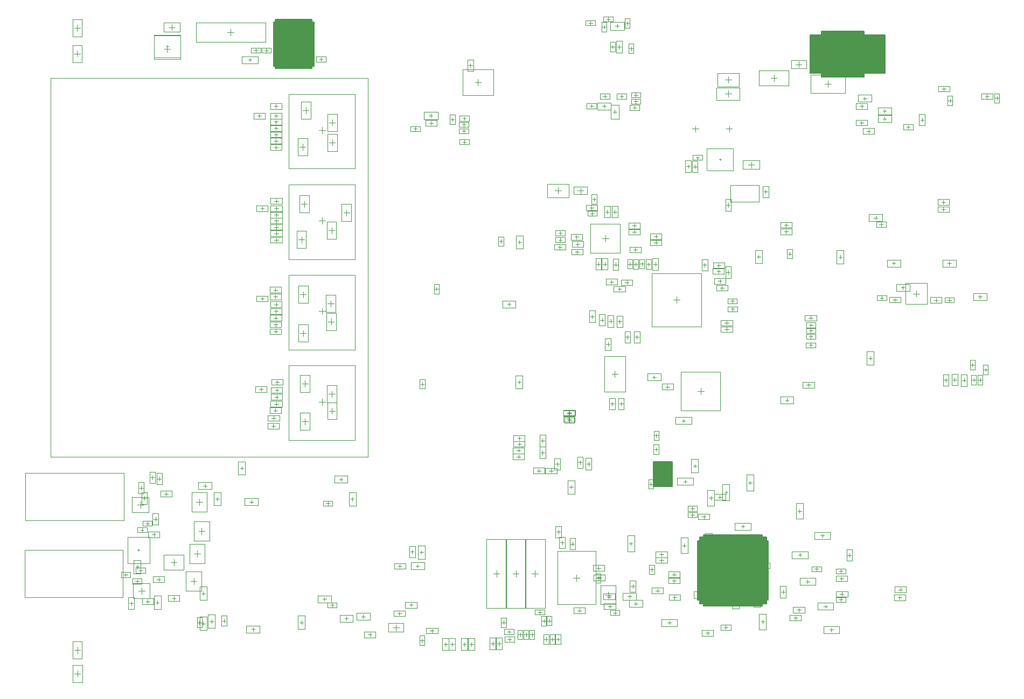
<source format=gbr>
G04*
G04 #@! TF.GenerationSoftware,Altium Limited,Altium Designer,24.2.2 (26)*
G04*
G04 Layer_Color=32768*
%FSLAX25Y25*%
%MOIN*%
G70*
G04*
G04 #@! TF.SameCoordinates,80A8E479-4E92-43EF-BFA2-91FD1FC97BD2*
G04*
G04*
G04 #@! TF.FilePolarity,Positive*
G04*
G01*
G75*
%ADD11C,0.00400*%
%ADD13C,0.00600*%
%ADD16C,0.00394*%
%ADD341C,0.00197*%
G36*
X332998Y-254833D02*
D01*
Y-269001D01*
D01*
Y-270001D01*
X344798D01*
Y-269001D01*
D01*
Y-254833D01*
D01*
Y-254617D01*
X332998D01*
Y-254833D01*
D02*
G37*
G36*
X121699Y17599D02*
X122899D01*
Y-9701D01*
X121699D01*
Y-11251D01*
X99199D01*
Y-9701D01*
X97999D01*
Y17599D01*
X99199D01*
Y19149D01*
X121699D01*
Y17599D01*
D02*
G37*
G36*
X364051Y-342792D02*
X361587D01*
Y-340328D01*
X360387D01*
Y-303855D01*
X361587D01*
Y-301392D01*
X364051D01*
Y-300192D01*
X400524D01*
Y-301392D01*
X402987D01*
Y-303855D01*
X404187D01*
Y-340328D01*
X402987D01*
Y-342792D01*
X400524D01*
Y-343992D01*
X364051D01*
Y-342792D01*
D02*
G37*
G36*
X463530Y-16438D02*
X437130D01*
Y-13988D01*
X430030D01*
Y9512D01*
X437130D01*
Y11962D01*
X463530D01*
Y9612D01*
X476530D01*
Y-14088D01*
X463530D01*
Y-16438D01*
D02*
G37*
D11*
X24122Y9173D02*
X40264D01*
X24362Y-4372D02*
X40362D01*
X366382Y-74398D02*
X382382D01*
X366142Y-60852D02*
X382283D01*
X154112Y-363649D02*
Y-360106D01*
X161198Y-363649D02*
Y-360106D01*
X154112D02*
X161198D01*
X154112Y-363649D02*
X161198D01*
X156474Y-361877D02*
X158836D01*
X157655Y-363059D02*
Y-360696D01*
X21283Y-317628D02*
Y-301628D01*
X7738Y-317530D02*
Y-301388D01*
X427704Y-11226D02*
Y-6108D01*
X418255Y-11226D02*
Y-6108D01*
Y-11226D02*
X427704D01*
X418255Y-6108D02*
X427704D01*
X421110Y-8667D02*
X424850D01*
X422980Y-10537D02*
Y-6797D01*
X379269Y-28884D02*
Y-24947D01*
X377301Y-26916D02*
X381238D01*
X372182Y-30853D02*
X386356D01*
X372182Y-22979D02*
X386356D01*
X372182Y-30853D02*
Y-22979D01*
X386356Y-30853D02*
Y-22979D01*
X178515Y-360058D02*
Y-354940D01*
X169067Y-360058D02*
Y-354940D01*
Y-360058D02*
X178515D01*
X169067Y-354940D02*
X178515D01*
X171921Y-357499D02*
X175661D01*
X173791Y-359369D02*
Y-355629D01*
X236367Y-367439D02*
X238730D01*
X237548Y-368620D02*
Y-366258D01*
X235580Y-371179D02*
Y-363699D01*
X239517Y-371179D02*
Y-363699D01*
X235580D02*
X239517D01*
X235580Y-371179D02*
X239517D01*
X232367Y-367439D02*
X234730D01*
X233548Y-368620D02*
Y-366258D01*
X231580Y-371179D02*
Y-363699D01*
X235517Y-371179D02*
Y-363699D01*
X231580D02*
X235517D01*
X231580Y-371179D02*
X235517D01*
X219260Y-367872D02*
X221622D01*
X220441Y-369053D02*
Y-366691D01*
X218473Y-371612D02*
Y-364132D01*
X222410Y-371612D02*
Y-364132D01*
X218473D02*
X222410D01*
X218473Y-371612D02*
X222410D01*
X214173D02*
X218110D01*
X214173Y-364132D02*
X218110D01*
Y-371612D02*
Y-364132D01*
X214173Y-371612D02*
Y-364132D01*
X216141Y-369053D02*
Y-366691D01*
X214960Y-367872D02*
X217322D01*
X207228Y-367872D02*
X209591D01*
X208410Y-369053D02*
Y-366691D01*
X206441Y-371612D02*
Y-364132D01*
X210378Y-371612D02*
Y-364132D01*
X206441D02*
X210378D01*
X206441Y-371612D02*
X210378D01*
X202441D02*
X206378D01*
X202441Y-364132D02*
X206378D01*
Y-371612D02*
Y-364132D01*
X202441Y-371612D02*
Y-364132D01*
X204409Y-369053D02*
Y-366691D01*
X203228Y-367872D02*
X205591D01*
X192476Y-361265D02*
Y-357721D01*
X199563Y-361265D02*
Y-357721D01*
X192476D02*
X199563D01*
X192476Y-361265D02*
X199563D01*
X194838Y-359493D02*
X197201D01*
X196019Y-360674D02*
Y-358312D01*
D13*
X99199Y19149D02*
X121699D01*
X99199Y17599D02*
Y19149D01*
Y-11251D02*
Y-9701D01*
Y-11251D02*
X121699D01*
Y-9701D01*
Y17599D02*
Y19149D01*
Y17599D02*
X122899D01*
X97999D02*
X99199D01*
X97999Y-9701D02*
Y17599D01*
Y-9701D02*
X99199D01*
X121699D02*
X122899D01*
Y17599D01*
X332998Y-254617D02*
X344798D01*
Y-254833D02*
Y-254617D01*
Y-270001D02*
Y-269001D01*
X332998Y-270001D02*
X344798D01*
X332998D02*
Y-269001D01*
Y-254833D02*
Y-254617D01*
X344798Y-269001D02*
Y-254833D01*
X332998Y-269001D02*
Y-254833D01*
X361587Y-342792D02*
X364051D01*
Y-343992D02*
Y-342792D01*
Y-343992D02*
X400524D01*
Y-342792D01*
X402987D01*
Y-340328D01*
X404187D01*
Y-303855D01*
X402987D02*
X404187D01*
X402987D02*
Y-301392D01*
X400524D02*
X402987D01*
X400524D02*
Y-300192D01*
X364051D02*
X400524D01*
X364051Y-301392D02*
Y-300192D01*
X361587Y-301392D02*
X364051D01*
X361587Y-303855D02*
Y-301392D01*
X360387Y-303855D02*
X361587D01*
X360387Y-340328D02*
Y-303855D01*
Y-340328D02*
X361587D01*
Y-342792D02*
Y-340328D01*
X437130Y-16438D02*
X463530D01*
X437130D02*
Y-13988D01*
X430030D02*
X437130D01*
X430030D02*
Y9512D01*
X437130D01*
Y11962D01*
X463530D01*
Y9612D02*
Y11962D01*
Y9612D02*
X476530D01*
Y-14088D02*
Y9612D01*
X463530Y-14088D02*
X476530D01*
X463530Y-16438D02*
Y-14088D01*
D16*
X414603Y-216619D02*
X416768D01*
X415685Y-217702D02*
Y-215536D01*
X249984Y-206547D02*
Y-204382D01*
X248901Y-205464D02*
X251066D01*
X398150Y-128896D02*
Y-126731D01*
X397067Y-127813D02*
X399233D01*
X242601Y-157248D02*
X244767D01*
X243684Y-158330D02*
Y-156165D01*
X537537Y-197790D02*
X539703D01*
X538620Y-198873D02*
Y-196707D01*
X529390Y-194767D02*
X531555D01*
X530473Y-195850D02*
Y-193684D01*
X250180Y-119853D02*
Y-117688D01*
X249097Y-118771D02*
X251262D01*
X334466Y-334614D02*
X336828D01*
X335647Y-335796D02*
Y-333433D01*
X344948Y-338792D02*
X347310D01*
X346129Y-339973D02*
Y-337611D01*
X197764Y-147718D02*
X199929D01*
X198846Y-148801D02*
Y-146635D01*
X188969Y-206645D02*
X191134D01*
X190051Y-207728D02*
Y-205563D01*
X50185Y-279848D02*
X54122D01*
X52153Y-281816D02*
Y-277879D01*
X293655Y-97444D02*
X296018D01*
X294837Y-98625D02*
Y-96263D01*
X345401Y-154568D02*
X349338D01*
X347370Y-156537D02*
Y-152600D01*
X357180Y-288861D02*
Y-286498D01*
X355999Y-287680D02*
X358361D01*
X296443Y-93172D02*
Y-91007D01*
X295360Y-92089D02*
X297526D01*
X274362Y-113093D02*
X276528D01*
X275445Y-114175D02*
Y-112010D01*
X274362Y-117285D02*
X276528D01*
X275445Y-118368D02*
Y-116202D01*
X294104Y-101006D02*
X296269D01*
X295187Y-102088D02*
Y-99923D01*
X214949Y-56678D02*
X217114D01*
X216031Y-57760D02*
Y-55595D01*
X214996Y-42054D02*
X217161D01*
X216078Y-43137D02*
Y-40971D01*
X214629Y-49939D02*
X216794D01*
X215712Y-51021D02*
Y-48856D01*
X214635Y-45897D02*
X216800D01*
X215718Y-46980D02*
Y-44815D01*
X308137Y-348362D02*
X310302D01*
X309220Y-349444D02*
Y-347279D01*
X297790Y-326908D02*
X299956D01*
X298873Y-327991D02*
Y-325825D01*
X312271Y-28500D02*
X314437D01*
X313354Y-29583D02*
Y-27417D01*
X320329Y-35510D02*
X322494D01*
X321411Y-36593D02*
Y-34428D01*
X321082Y-31543D02*
X323247D01*
X322165Y-32626D02*
Y-30460D01*
X321082Y-27614D02*
X323247D01*
X322165Y-28697D02*
Y-26531D01*
X535229Y-205097D02*
Y-202931D01*
X534146Y-204014D02*
X536311D01*
X512849Y-204170D02*
X515211D01*
X514030Y-205351D02*
Y-202988D01*
X518335Y-203985D02*
X520697D01*
X519516Y-205166D02*
Y-202804D01*
X524070Y-204425D02*
X526432D01*
X525251Y-205606D02*
Y-203244D01*
X531279Y-205220D02*
Y-203054D01*
X530196Y-204137D02*
X532362D01*
X334809Y-239688D02*
Y-237522D01*
X333726Y-238605D02*
X335891D01*
X334769Y-248113D02*
Y-245948D01*
X333686Y-247030D02*
X335852D01*
X375434Y-148341D02*
Y-145978D01*
X374253Y-147160D02*
X376615D01*
X379331Y-138633D02*
Y-136271D01*
X378150Y-137452D02*
X380512D01*
X307094Y-144488D02*
Y-142126D01*
X305913Y-143307D02*
X308275D01*
X363629Y-132941D02*
X365992D01*
X364810Y-134122D02*
Y-131760D01*
X485484Y-340034D02*
Y-337672D01*
X484303Y-338853D02*
X486665D01*
X485878Y-335132D02*
Y-332770D01*
X484697Y-333951D02*
X487059D01*
X535192Y-153688D02*
Y-151325D01*
X534011Y-152506D02*
X536373D01*
X516169Y-132974D02*
Y-130612D01*
X514988Y-131793D02*
X517350D01*
X351673Y-230481D02*
Y-228316D01*
X350590Y-229398D02*
X352756D01*
X346752Y-227233D02*
X356594D01*
X346752Y-231564D02*
X356594D01*
Y-227233D01*
X346752Y-231564D02*
Y-227233D01*
X357552Y-257395D02*
X359717D01*
X358635Y-258478D02*
Y-256312D01*
X331500Y-269724D02*
Y-267558D01*
X330417Y-268641D02*
X332583D01*
X352648Y-268128D02*
Y-265963D01*
X351566Y-267045D02*
X353731D01*
X347727Y-269211D02*
X357569D01*
X347727Y-264880D02*
X357569D01*
X347727Y-269211D02*
Y-264880D01*
X357569Y-269211D02*
Y-264880D01*
X516563Y-32234D02*
Y-30069D01*
X515480Y-31152D02*
X517646D01*
X18816Y-292993D02*
X20981D01*
X19899Y-294075D02*
Y-291910D01*
X12500Y-328717D02*
X14665D01*
X13583Y-329800D02*
Y-327634D01*
X32193Y1890D02*
Y3071D01*
X31602Y2480D02*
X32882D01*
X40362Y-4372D02*
Y9126D01*
X24122Y-4213D02*
Y9173D01*
X86939Y-968D02*
Y1197D01*
X85856Y114D02*
X88021D01*
X117431Y-208346D02*
Y-204606D01*
X115561Y-206476D02*
X119301D01*
X134070Y-214784D02*
Y-211044D01*
X132200Y-212914D02*
X135940D01*
X116331Y-153092D02*
Y-149352D01*
X114460Y-151222D02*
X118201D01*
X133343Y-158691D02*
Y-154951D01*
X131473Y-156821D02*
X135213D01*
X116290Y-177035D02*
Y-173295D01*
X114419Y-175165D02*
X118160D01*
X133631Y-169893D02*
Y-166153D01*
X131761Y-168023D02*
X135501D01*
X99500Y-35713D02*
Y-33351D01*
X98319Y-34532D02*
X100681D01*
X100000Y-211548D02*
Y-209383D01*
X98917Y-210465D02*
X101082D01*
X90296Y-211038D02*
Y-208676D01*
X89115Y-209857D02*
X91477D01*
X100114Y-206657D02*
Y-204295D01*
X98933Y-205476D02*
X101295D01*
X100000Y-215809D02*
Y-213446D01*
X98818Y-214628D02*
X101181D01*
X99705Y-220199D02*
Y-217837D01*
X98524Y-219018D02*
X100886D01*
X99160Y-224197D02*
Y-221835D01*
X97979Y-223016D02*
X100341D01*
X98032Y-228931D02*
Y-226569D01*
X96851Y-227750D02*
X99213D01*
X97827Y-233804D02*
Y-231442D01*
X96646Y-232623D02*
X99008D01*
X90985Y-154899D02*
Y-152733D01*
X89902Y-153816D02*
X92068D01*
X99160Y-153749D02*
Y-151386D01*
X97979Y-152568D02*
X100341D01*
X99160Y-149549D02*
Y-147187D01*
X97979Y-148368D02*
X100341D01*
X99553Y-158525D02*
Y-156163D01*
X98372Y-157344D02*
X100734D01*
X99500Y-162742D02*
Y-160380D01*
X98319Y-161561D02*
X100681D01*
X99341Y-166842D02*
Y-164480D01*
X98160Y-165661D02*
X100522D01*
X99327Y-171022D02*
Y-168660D01*
X98146Y-169841D02*
X100508D01*
X99327Y-175264D02*
Y-172902D01*
X98146Y-174083D02*
X100508D01*
X126000Y-217701D02*
X129937D01*
X127969Y-219670D02*
Y-215733D01*
X208715Y-43903D02*
Y-41738D01*
X207632Y-42820D02*
X209797D01*
X185630Y-49641D02*
Y-47476D01*
X184548Y-48559D02*
X186713D01*
X195452Y-46153D02*
Y-43791D01*
X194271Y-44972D02*
X196634D01*
X194198Y-40360D02*
X196363D01*
X195281Y-41442D02*
Y-39277D01*
X301862Y-28500D02*
X304027D01*
X302944Y-29583D02*
Y-27417D01*
X294791Y-35583D02*
Y-33417D01*
X293708Y-34500D02*
X295874D01*
X309202Y-39083D02*
Y-36917D01*
X308120Y-38000D02*
X310285D01*
X302569Y-35658D02*
Y-33492D01*
X301486Y-34575D02*
X303651D01*
X294144Y15969D02*
Y18135D01*
X293061Y17052D02*
X295226D01*
X309484Y15066D02*
X311649D01*
X310567Y13983D02*
Y16149D01*
X305031Y18272D02*
Y20438D01*
X303948Y19355D02*
X306114D01*
X316960Y15697D02*
Y17863D01*
X315878Y16780D02*
X318043D01*
X319243Y50D02*
Y2215D01*
X318160Y1133D02*
X320326D01*
X310693Y2219D02*
X313055D01*
X311874Y1038D02*
Y3400D01*
X281125Y-270511D02*
X283290D01*
X282207Y-271594D02*
Y-269428D01*
X248901Y-240223D02*
X251066D01*
X249984Y-241305D02*
Y-239140D01*
X248502Y-251646D02*
X250667D01*
X249584Y-252729D02*
Y-250564D01*
X248901Y-243747D02*
X251066D01*
X249984Y-244830D02*
Y-242664D01*
X248502Y-247857D02*
X250667D01*
X249584Y-248940D02*
Y-246774D01*
X263294Y-249112D02*
X265656D01*
X264475Y-250293D02*
Y-247931D01*
X279638Y-228439D02*
X282000D01*
X280819Y-229621D02*
Y-227258D01*
X263313Y-241755D02*
X265676D01*
X264494Y-242936D02*
Y-240574D01*
X268516Y-260426D02*
X270878D01*
X269697Y-261607D02*
Y-259245D01*
X281032Y-225673D02*
Y-223310D01*
X279851Y-224491D02*
X282214D01*
X281146Y-230301D02*
Y-227939D01*
X279965Y-229120D02*
X282327D01*
X286505Y-255227D02*
X288867D01*
X287686Y-256409D02*
Y-254046D01*
X-23500Y-3917D02*
Y-177D01*
X-25370Y-2047D02*
X-21630D01*
X538317Y-28450D02*
X540679D01*
X539498Y-29631D02*
Y-27269D01*
X544478Y-29577D02*
X546644D01*
X545561Y-30659D02*
Y-28494D01*
X127969Y-51363D02*
Y-47426D01*
X126000Y-49394D02*
X129937D01*
X132010Y-111557D02*
X135750D01*
X133880Y-113427D02*
Y-109687D01*
X113381Y-117163D02*
X117121D01*
X115251Y-119033D02*
Y-115293D01*
X132448Y-57067D02*
X136188D01*
X134318Y-58937D02*
Y-55196D01*
X219844Y-10430D02*
Y-8068D01*
X218662Y-9249D02*
X221025D01*
X224543Y-21764D02*
Y-17827D01*
X222575Y-19796D02*
X226512D01*
X301521Y14621D02*
X303687D01*
X302604Y13539D02*
Y15704D01*
X78429Y-7981D02*
Y-3650D01*
X88272Y-7981D02*
Y-3650D01*
X78429D02*
X88272D01*
X78429Y-7981D02*
X88272D01*
X82268Y-5815D02*
X84433D01*
X83350Y-6898D02*
Y-4733D01*
X355999Y-283737D02*
X358361D01*
X357180Y-284918D02*
Y-282556D01*
X89902Y-97922D02*
X92068D01*
X90985Y-99005D02*
Y-96839D01*
X88106Y-40609D02*
X90272D01*
X89189Y-41692D02*
Y-39527D01*
X93540Y-1032D02*
Y1133D01*
X92457Y51D02*
X94622D01*
X306755Y2219D02*
X308921D01*
X307838Y1137D02*
Y3302D01*
X292939Y-257286D02*
Y-254924D01*
X291758Y-256105D02*
X294120D01*
X490703Y-48480D02*
Y-46314D01*
X489621Y-47397D02*
X491786D01*
X127969Y-163567D02*
Y-159630D01*
X126000Y-161599D02*
X129937D01*
X132336Y-223295D02*
X136076D01*
X134206Y-225166D02*
Y-221425D01*
X115561Y-229869D02*
X119302D01*
X117431Y-231739D02*
Y-227999D01*
X260946Y-260371D02*
X263308D01*
X262127Y-261552D02*
Y-259190D01*
X374198Y-277868D02*
Y-275506D01*
X373016Y-276687D02*
X375379D01*
X401612Y-320295D02*
Y-317933D01*
X400431Y-319114D02*
X402793D01*
X447602Y-128020D02*
X449767D01*
X448685Y-129103D02*
Y-126937D01*
X242873Y-364765D02*
X245038D01*
X243955Y-365847D02*
Y-363682D01*
X274048Y-365847D02*
Y-363682D01*
X272965Y-364765D02*
X275131D01*
X257923Y-363001D02*
Y-360836D01*
X256840Y-361919D02*
X259006D01*
X268610Y-354373D02*
Y-352208D01*
X267527Y-353291D02*
X269693D01*
X242647Y-360089D02*
X244812D01*
X243729Y-361171D02*
Y-359006D01*
X270478Y-365847D02*
Y-363682D01*
X269396Y-364765D02*
X271561D01*
X254258Y-362993D02*
Y-360828D01*
X253176Y-361910D02*
X255341D01*
X265245Y-354472D02*
Y-352306D01*
X264163Y-353389D02*
X266328D01*
X262817Y-349201D02*
Y-346839D01*
X261636Y-348020D02*
X263998D01*
X265479Y-364765D02*
X267841D01*
X266660Y-365946D02*
Y-363584D01*
X239208Y-354419D02*
X241570D01*
X240389Y-355600D02*
Y-353238D01*
X249409Y-361910D02*
X251772D01*
X250590Y-363091D02*
Y-360729D01*
X412055Y-335419D02*
X414417D01*
X413236Y-336600D02*
Y-334238D01*
X306064Y-345480D02*
Y-343118D01*
X304883Y-344299D02*
X307245D01*
X305670Y-339553D02*
Y-337191D01*
X304489Y-338372D02*
X306851D01*
X287292Y-348217D02*
Y-345855D01*
X286111Y-347036D02*
X288473D01*
X275441Y-304921D02*
X277803D01*
X276622Y-306102D02*
Y-303740D01*
X281819Y-305654D02*
X284181D01*
X283000Y-306835D02*
Y-304472D01*
X283531Y-326698D02*
X287469D01*
X285500Y-328667D02*
Y-324730D01*
X376683Y-357390D02*
X379046D01*
X377865Y-358571D02*
Y-356209D01*
X380999Y-160236D02*
X383164D01*
X382081Y-161319D02*
Y-159153D01*
X380795Y-155207D02*
X382961D01*
X381878Y-156290D02*
Y-154124D01*
X433985Y-322408D02*
Y-320046D01*
X432804Y-321227D02*
X435166D01*
X330844Y-321603D02*
X333206D01*
X332025Y-322784D02*
Y-320422D01*
X428543Y-330066D02*
Y-327901D01*
X427461Y-328983D02*
X429626D01*
X423622Y-331149D02*
X433465D01*
X423622Y-326818D02*
X433465D01*
X423622Y-331149D02*
Y-326818D01*
X433465Y-331149D02*
Y-326818D01*
X439575Y-345499D02*
Y-343334D01*
X438493Y-344417D02*
X440658D01*
X434654Y-346582D02*
X444497D01*
X434654Y-342251D02*
X444497D01*
X434654Y-346582D02*
Y-342251D01*
X444497Y-346582D02*
Y-342251D01*
X443138Y-360009D02*
Y-357843D01*
X442055Y-358926D02*
X444221D01*
X438217Y-361091D02*
X448059D01*
X438217Y-356761D02*
X448059D01*
X438217Y-361091D02*
Y-356761D01*
X448059Y-361091D02*
Y-356761D01*
X399625Y-353904D02*
X401790D01*
X400707Y-354987D02*
Y-352821D01*
X402873Y-358825D02*
Y-348983D01*
X398542Y-358825D02*
Y-348983D01*
Y-358825D02*
X402873D01*
X398542Y-348983D02*
X402873D01*
X437568Y-301678D02*
Y-299513D01*
X436486Y-300596D02*
X438651D01*
X432647Y-302761D02*
X442490D01*
X432647Y-298430D02*
X442490D01*
X432647Y-302761D02*
Y-298430D01*
X442490Y-302761D02*
Y-298430D01*
X423703Y-313575D02*
Y-311409D01*
X422620Y-312492D02*
X424786D01*
X418782Y-314657D02*
X428624D01*
X418782Y-310327D02*
X428624D01*
X418782Y-314657D02*
Y-310327D01*
X428624Y-314657D02*
Y-310327D01*
X391724Y-267796D02*
X393889D01*
X392807Y-268879D02*
Y-266714D01*
X394972Y-272717D02*
Y-262875D01*
X390641Y-272717D02*
Y-262875D01*
Y-272717D02*
X394972D01*
X390641Y-262875D02*
X394972D01*
X422455Y-285358D02*
X424620D01*
X423538Y-286441D02*
Y-284275D01*
X425703Y-290279D02*
Y-280437D01*
X421373Y-290279D02*
Y-280437D01*
Y-290279D02*
X425703D01*
X421373Y-280437D02*
X425703D01*
X388409Y-295893D02*
Y-293728D01*
X387326Y-294810D02*
X389492D01*
X383488Y-296976D02*
X393330D01*
X383488Y-292645D02*
X393330D01*
X383488Y-296976D02*
Y-292645D01*
X393330Y-296976D02*
Y-292645D01*
X382738Y-340780D02*
X384904D01*
X383821Y-341863D02*
Y-339697D01*
X385986Y-345701D02*
Y-335859D01*
X381656Y-345701D02*
Y-335859D01*
Y-345701D02*
X385986D01*
X381656Y-335859D02*
X385986D01*
X376910Y-273845D02*
X379076D01*
X377993Y-274928D02*
Y-272762D01*
X380158Y-278766D02*
Y-268924D01*
X375828Y-278766D02*
Y-268924D01*
Y-278766D02*
X380158D01*
X375828Y-268924D02*
X380158D01*
X396049Y-339792D02*
X398214D01*
X397131Y-340875D02*
Y-338709D01*
X399297Y-344713D02*
Y-334871D01*
X394966Y-344713D02*
Y-334871D01*
Y-344713D02*
X399297D01*
X394966Y-334871D02*
X399297D01*
X366086Y-303888D02*
X368251D01*
X367169Y-304971D02*
Y-302805D01*
X365003Y-308809D02*
Y-298967D01*
X369334Y-308809D02*
Y-298967D01*
X365003D02*
X369334D01*
X365003Y-308809D02*
X369334D01*
X351086Y-306687D02*
X353252D01*
X352169Y-307770D02*
Y-305604D01*
X350004Y-311608D02*
Y-301766D01*
X354334Y-311608D02*
Y-301766D01*
X350004D02*
X354334D01*
X350004Y-311608D02*
X354334D01*
X342912Y-355554D02*
Y-353389D01*
X341829Y-354472D02*
X343995D01*
X337991Y-352306D02*
X347833D01*
X337991Y-356637D02*
X347833D01*
Y-352306D01*
X337991Y-356637D02*
Y-352306D01*
X367464Y-277274D02*
X369630D01*
X368547Y-278357D02*
Y-276192D01*
X370712Y-282195D02*
Y-272353D01*
X366382Y-282195D02*
Y-272353D01*
Y-282195D02*
X370712D01*
X366382Y-272353D02*
X370712D01*
X362952Y-338442D02*
Y-336277D01*
X361869Y-337359D02*
X364035D01*
X358031Y-335194D02*
X367873D01*
X358031Y-339525D02*
X367873D01*
Y-335194D01*
X358031Y-339525D02*
Y-335194D01*
X417381Y-127050D02*
Y-124885D01*
X416298Y-125968D02*
X418463D01*
X238720Y-119329D02*
Y-117163D01*
X237637Y-118246D02*
X239802D01*
X413981Y-108174D02*
X416343D01*
X415162Y-109355D02*
Y-106993D01*
X413981Y-112211D02*
X416343D01*
X415162Y-113392D02*
Y-111030D01*
X336862Y-312194D02*
X339224D01*
X338043Y-313375D02*
Y-311013D01*
X336862Y-315808D02*
X339224D01*
X338043Y-316989D02*
Y-314627D01*
X344614Y-324716D02*
X346976D01*
X345795Y-325897D02*
Y-323535D01*
X344614Y-328483D02*
X346976D01*
X345795Y-329664D02*
Y-327302D01*
X30224Y936D02*
X34161D01*
X32193Y-1032D02*
Y2905D01*
X33228Y14370D02*
X36772D01*
X35000Y12598D02*
Y16142D01*
X454357Y-313830D02*
Y-311468D01*
X453176Y-312649D02*
X455538D01*
X448489Y-336768D02*
X450851D01*
X449670Y-337949D02*
Y-335587D01*
X448301Y-327174D02*
X450663D01*
X449482Y-328355D02*
Y-325992D01*
X321125Y-342673D02*
X323290D01*
X322207Y-343755D02*
Y-341590D01*
X316893Y-300474D02*
X321223D01*
X316893Y-310316D02*
X321223D01*
Y-300474D01*
X316893Y-310316D02*
Y-300474D01*
X319058Y-306478D02*
Y-304312D01*
X317975Y-305395D02*
X320141D01*
X320239Y-333009D02*
Y-330646D01*
X319058Y-331828D02*
X321420D01*
X317188Y-338235D02*
X319353D01*
X318270Y-339317D02*
Y-337152D01*
X274228Y-299457D02*
Y-297095D01*
X273046Y-298276D02*
X275409D01*
X298467Y-326514D02*
X300829D01*
X299648Y-327695D02*
Y-325333D01*
X297988Y-320717D02*
X300350D01*
X299169Y-321898D02*
Y-319536D01*
X363118Y-288797D02*
X365480D01*
X364299Y-289978D02*
Y-287615D01*
X365406Y-360872D02*
X367768D01*
X366587Y-362053D02*
Y-359691D01*
X421898Y-346592D02*
X424261D01*
X423079Y-347774D02*
Y-345411D01*
X419819Y-351474D02*
X422181D01*
X421000Y-352656D02*
Y-350293D01*
X305030Y-339284D02*
Y-335347D01*
X303062Y-337316D02*
X306999D01*
X189872Y-366677D02*
Y-364315D01*
X188691Y-365496D02*
X191053D01*
X14281Y-334891D02*
X18218D01*
X16250Y-336859D02*
Y-332922D01*
X22991Y-265616D02*
Y-263451D01*
X21908Y-264533D02*
X24073D01*
X27358Y-266535D02*
Y-264173D01*
X26177Y-265354D02*
X28539D01*
X16066Y-272149D02*
Y-269787D01*
X14885Y-270968D02*
X17247D01*
X16644Y-298034D02*
Y-295869D01*
X15561Y-296951D02*
X17726D01*
X354545Y-72886D02*
Y-70720D01*
X353462Y-71803D02*
X355627D01*
X358766Y-73136D02*
Y-70774D01*
X357585Y-71955D02*
X359947D01*
X360341Y-67452D02*
Y-65287D01*
X359258Y-66369D02*
X361423D01*
X366142Y-74238D02*
Y-60852D01*
X382382Y-74398D02*
Y-60900D01*
X373622Y-67545D02*
X374902D01*
X374213Y-68136D02*
Y-66955D01*
X449012Y-323659D02*
Y-321494D01*
X447929Y-322576D02*
X450094D01*
X448981Y-341346D02*
Y-339180D01*
X447898Y-340263D02*
X450064D01*
X15740Y-323176D02*
Y-321011D01*
X14657Y-322094D02*
X16823D01*
X9944Y-343663D02*
Y-341301D01*
X8762Y-342482D02*
X11125D01*
X19008Y-341301D02*
X21370D01*
X20189Y-342482D02*
Y-340120D01*
X35204Y-339335D02*
X37369D01*
X36287Y-340418D02*
Y-338253D01*
X362247Y-213073D02*
Y-209136D01*
X360279Y-211105D02*
X364216D01*
X34260Y-317191D02*
X38197D01*
X36229Y-319160D02*
Y-315223D01*
X295187Y-165986D02*
Y-163623D01*
X294006Y-164805D02*
X296368D01*
X301230Y-168151D02*
Y-165789D01*
X300049Y-166970D02*
X302411D01*
X306563Y-168938D02*
Y-166576D01*
X305382Y-167757D02*
X307744D01*
X310989Y-147748D02*
X313154D01*
X312072Y-148831D02*
Y-146665D01*
X372231Y-136806D02*
X374397D01*
X373314Y-137888D02*
Y-135723D01*
X372432Y-133099D02*
X374597D01*
X373515Y-134182D02*
Y-132017D01*
X334228Y-133591D02*
Y-131229D01*
X333047Y-132410D02*
X335409D01*
X315448Y-143744D02*
X317810D01*
X316629Y-144925D02*
Y-142562D01*
X328916Y-132410D02*
X331082D01*
X329999Y-133493D02*
Y-131327D01*
X317384Y-132283D02*
X319549D01*
X318466Y-133366D02*
Y-131201D01*
X324829Y-132252D02*
X326994D01*
X325911Y-133335D02*
Y-131170D01*
X321082Y-132410D02*
X323247D01*
X322165Y-133493D02*
Y-131327D01*
X307492Y-220038D02*
Y-217676D01*
X306311Y-218857D02*
X308673D01*
X313093Y-220038D02*
Y-217676D01*
X311912Y-218857D02*
X314274D01*
X304933Y-183272D02*
Y-180910D01*
X303752Y-182091D02*
X306114D01*
X309202Y-202350D02*
Y-198413D01*
X307234Y-200382D02*
X311171D01*
X373130Y-142876D02*
X375295D01*
X374213Y-143959D02*
Y-141794D01*
X322837Y-178729D02*
Y-176367D01*
X321656Y-177548D02*
X324019D01*
X316984Y-178730D02*
Y-176367D01*
X315803Y-177549D02*
X318165D01*
X377206Y-168763D02*
X379568D01*
X378387Y-169944D02*
Y-167582D01*
X377206Y-172725D02*
X379568D01*
X378387Y-173906D02*
Y-171544D01*
X175032Y-319438D02*
X177198D01*
X176115Y-320520D02*
Y-318355D01*
X181994Y-343526D02*
X184159D01*
X183077Y-344609D02*
Y-342443D01*
X183783Y-311680D02*
Y-309514D01*
X182700Y-310597D02*
X184865D01*
X174786Y-348725D02*
X176951D01*
X175869Y-349808D02*
Y-347642D01*
X189528Y-311909D02*
Y-309744D01*
X188445Y-310827D02*
X190610D01*
X186030Y-319438D02*
X188195D01*
X187112Y-320520D02*
Y-318355D01*
X15660Y-283465D02*
Y-279528D01*
X13691Y-281496D02*
X17628D01*
X312174Y-169126D02*
Y-166764D01*
X310993Y-167945D02*
X313355D01*
X482534Y-155645D02*
Y-153283D01*
X481353Y-154464D02*
X483715D01*
X506747Y-154629D02*
X509109D01*
X507928Y-155810D02*
Y-153448D01*
X515087Y-154629D02*
X517252D01*
X516169Y-155712D02*
Y-153547D01*
X473308Y-153283D02*
X475474D01*
X474391Y-154365D02*
Y-152200D01*
X493800Y-150636D02*
X497737D01*
X495768Y-152604D02*
Y-148667D01*
X59643Y-354903D02*
Y-352541D01*
X58461Y-353722D02*
X60824D01*
X54465Y-356198D02*
Y-353835D01*
X53284Y-355016D02*
X55646D01*
X407574Y-19000D02*
Y-15063D01*
X405606Y-17031D02*
X409543D01*
X99721Y-106658D02*
Y-104296D01*
X98539Y-105477D02*
X100902D01*
X461889Y-35783D02*
Y-33421D01*
X460708Y-34602D02*
X463070D01*
X53297Y-336337D02*
X55659D01*
X54478Y-337519D02*
Y-335156D01*
X114155Y-354281D02*
X116321D01*
X115238Y-355363D02*
Y-353198D01*
X498225Y-42955D02*
X500391D01*
X499308Y-44038D02*
Y-41873D01*
X512820Y-24980D02*
Y-22617D01*
X511638Y-23798D02*
X514001D01*
X55591Y-270768D02*
Y-268602D01*
X54508Y-269685D02*
X56674D01*
X77242Y-258782D02*
X79407D01*
X78325Y-259864D02*
Y-257699D01*
X62105Y-277799D02*
X64270D01*
X63187Y-278881D02*
Y-276716D01*
X26084Y-343062D02*
Y-340896D01*
X25002Y-341979D02*
X27167D01*
X25718Y-327715D02*
X28080D01*
X26899Y-328897D02*
Y-326534D01*
X13704Y-320984D02*
Y-318818D01*
X12621Y-319901D02*
X14786D01*
X5455Y-324758D02*
X7621D01*
X6538Y-325841D02*
Y-323675D01*
X22844Y-299918D02*
X25010D01*
X23927Y-301000D02*
Y-298835D01*
X16888Y-277405D02*
X19250D01*
X18069Y-278586D02*
Y-276224D01*
X23722Y-290316D02*
X26084D01*
X24903Y-291497D02*
Y-289135D01*
X134252Y-344718D02*
Y-342356D01*
X133071Y-343537D02*
X135433D01*
X128430Y-339787D02*
X130595D01*
X129513Y-340869D02*
Y-338704D01*
X141967Y-351919D02*
X144132D01*
X143050Y-353001D02*
Y-350836D01*
X153510Y-351778D02*
Y-349613D01*
X152427Y-350695D02*
X154593D01*
X31497Y-275840D02*
Y-273478D01*
X30316Y-274659D02*
X32678D01*
X51054Y-354392D02*
X53219D01*
X52137Y-355474D02*
Y-353309D01*
X67323Y-354416D02*
Y-352250D01*
X66240Y-353333D02*
X68405D01*
X98539Y-97922D02*
X100902D01*
X99721Y-99103D02*
Y-96741D01*
X98539Y-93310D02*
X100902D01*
X99721Y-94491D02*
Y-92129D01*
X273564Y-257452D02*
Y-255090D01*
X272383Y-256271D02*
X274745D01*
X98539Y-113289D02*
X100902D01*
X99721Y-114471D02*
Y-112108D01*
X98539Y-117485D02*
X100902D01*
X99721Y-118667D02*
Y-116304D01*
Y-110614D02*
Y-108251D01*
X98539Y-109432D02*
X100902D01*
X98539Y-101854D02*
X100902D01*
X99721Y-103035D02*
Y-100673D01*
X48571Y-330812D02*
Y-326875D01*
X46603Y-328843D02*
X50540D01*
X50775Y-313680D02*
Y-309743D01*
X48807Y-311711D02*
X52744D01*
X53531Y-299750D02*
Y-295813D01*
X51562Y-297782D02*
X55499D01*
X138659Y-265656D02*
X140824D01*
X139742Y-266739D02*
Y-264574D01*
X146755Y-278979D02*
Y-276814D01*
X145673Y-277897D02*
X147838D01*
X83147Y-279636D02*
X85312D01*
X84229Y-280718D02*
Y-278553D01*
X84225Y-358589D02*
X86391D01*
X85308Y-359672D02*
Y-357507D01*
X7738Y-301388D02*
X21124D01*
X7785Y-317628D02*
X21283D01*
X14431Y-310148D02*
Y-308868D01*
X13840Y-309459D02*
X15021D01*
X280819Y-225984D02*
Y-223622D01*
X279638Y-224803D02*
X282000D01*
X391831Y-70844D02*
X395374D01*
X393602Y-72616D02*
Y-69073D01*
X378150Y-95768D02*
X380512D01*
X379331Y-96949D02*
Y-94586D01*
X401279Y-87491D02*
X403642D01*
X402461Y-88672D02*
Y-86310D01*
X132398Y-44645D02*
X136138D01*
X134268Y-46515D02*
Y-42775D01*
X98319Y-60024D02*
X100681D01*
X99500Y-61205D02*
Y-58843D01*
X98319Y-48213D02*
X100681D01*
X99500Y-49394D02*
Y-47032D01*
X98319Y-56009D02*
X100681D01*
X99500Y-57190D02*
Y-54828D01*
Y-53331D02*
Y-50969D01*
X98319Y-52150D02*
X100681D01*
X98319Y-44196D02*
X100681D01*
X99500Y-45377D02*
Y-43015D01*
X143102Y-102373D02*
Y-98633D01*
X141232Y-100503D02*
X144972D01*
X99500Y-41791D02*
Y-39428D01*
X98319Y-40609D02*
X100681D01*
X116959Y-97102D02*
Y-93362D01*
X115089Y-95232D02*
X118829D01*
X116098Y-37112D02*
X119839D01*
X117968Y-38982D02*
Y-35242D01*
X116000Y-61653D02*
Y-57913D01*
X114130Y-59783D02*
X117870D01*
X286129Y-86846D02*
X289869D01*
X287999Y-88716D02*
Y-84976D01*
X274076Y-88815D02*
Y-84878D01*
X272108Y-86846D02*
X276045D01*
X285787Y-125982D02*
Y-123620D01*
X284606Y-124801D02*
X286968D01*
X286180Y-121188D02*
Y-118825D01*
X284999Y-120007D02*
X287362D01*
X301763Y-132283D02*
X304125D01*
X302944Y-133465D02*
Y-131102D01*
X297842Y-132283D02*
X300204D01*
X299023Y-133465D02*
Y-131102D01*
X321771Y-124601D02*
Y-122239D01*
X320590Y-123420D02*
X322952D01*
X308534Y-132677D02*
X310896D01*
X309715Y-133858D02*
Y-131496D01*
X334622Y-116437D02*
Y-114075D01*
X333441Y-115256D02*
X335803D01*
X334622Y-120260D02*
Y-117898D01*
X333441Y-119079D02*
X335803D01*
X321252Y-109688D02*
Y-107522D01*
X320169Y-108605D02*
X322335D01*
X275152Y-122989D02*
Y-120627D01*
X273971Y-121808D02*
X276333D01*
X285491Y-116638D02*
Y-114473D01*
X284409Y-115556D02*
X286574D01*
X308119Y-100000D02*
X310285D01*
X309202Y-101083D02*
Y-98917D01*
X304537Y-101083D02*
Y-98917D01*
X303454Y-100000D02*
X305620D01*
X321252Y-113583D02*
Y-111221D01*
X320071Y-112402D02*
X322433D01*
X303258Y-118504D02*
Y-114567D01*
X301289Y-116535D02*
X305226D01*
X-25370Y13878D02*
X-21630D01*
X-23500Y12008D02*
Y15748D01*
X-25295Y-371457D02*
X-21555D01*
X-23425Y-373327D02*
Y-369587D01*
X-23366Y-387922D02*
Y-384181D01*
X-25236Y-386052D02*
X-21496D01*
X341774Y-209561D02*
Y-207199D01*
X340593Y-208380D02*
X342955D01*
X475016Y-37587D02*
X477181D01*
X476099Y-38669D02*
Y-36504D01*
X512480Y-99611D02*
Y-97249D01*
X511299Y-98430D02*
X513661D01*
X512422Y-95166D02*
Y-92804D01*
X511241Y-93985D02*
X513603D01*
X127329Y-6574D02*
Y-4409D01*
X126246Y-5491D02*
X128411D01*
X379375Y-20159D02*
Y-16222D01*
X377406Y-18191D02*
X381343D01*
X429206Y-165735D02*
X431568D01*
X430387Y-166916D02*
Y-164554D01*
X429212Y-182542D02*
X431377D01*
X430295Y-183624D02*
Y-181459D01*
X429451Y-170168D02*
X431616D01*
X430533Y-171251D02*
Y-169085D01*
Y-174657D02*
Y-172492D01*
X429451Y-173575D02*
X431616D01*
X430533Y-178354D02*
Y-176188D01*
X429451Y-177271D02*
X431616D01*
X461791Y-46019D02*
Y-43657D01*
X460610Y-44838D02*
X462972D01*
X359022Y-50551D02*
Y-46614D01*
X357054Y-48582D02*
X360991D01*
X379898Y-50560D02*
Y-46623D01*
X377930Y-48591D02*
X381867D01*
X440933Y-22740D02*
Y-18803D01*
X438965Y-20772D02*
X442902D01*
X473997Y-109001D02*
Y-106638D01*
X472816Y-107819D02*
X475178D01*
X332382Y-202445D02*
X334547D01*
X333465Y-203528D02*
Y-201362D01*
X427854Y-207216D02*
X430217D01*
X429035Y-208398D02*
Y-206035D01*
X465131Y-49982D02*
X467296D01*
X466214Y-51065D02*
Y-48899D01*
X462775Y-29707D02*
X464940D01*
X463858Y-30790D02*
Y-28625D01*
X486373Y-146885D02*
X488538D01*
X487456Y-147968D02*
Y-145802D01*
X480664Y-131806D02*
X482830D01*
X481747Y-132888D02*
Y-130723D01*
X469518Y-103689D02*
X471683D01*
X470600Y-104771D02*
Y-102606D01*
X475005Y-42293D02*
X477170D01*
X476087Y-43376D02*
Y-41210D01*
X467218Y-191700D02*
Y-189534D01*
X466136Y-190617D02*
X468301D01*
X127969Y-107465D02*
Y-103528D01*
X126000Y-105497D02*
X129937D01*
X131562Y-281687D02*
Y-279521D01*
X130480Y-280604D02*
X132645D01*
D341*
X411551Y-218784D02*
Y-214454D01*
X419819Y-218784D02*
Y-214454D01*
X411551Y-218784D02*
X419819D01*
X411551Y-214454D02*
X419819D01*
X247818Y-209598D02*
X252149D01*
X247818Y-201330D02*
X252149D01*
Y-209598D02*
Y-201330D01*
X247818Y-209598D02*
Y-201330D01*
X395985Y-123680D02*
X400315D01*
X395985Y-131947D02*
X400315D01*
X395985D02*
Y-123680D01*
X400315Y-131947D02*
Y-123680D01*
X239550Y-159413D02*
Y-155082D01*
X247818Y-159413D02*
Y-155082D01*
X239550Y-159413D02*
X247818D01*
X239550Y-155082D02*
X247818D01*
X537045Y-200743D02*
Y-194837D01*
X540195Y-200743D02*
Y-194837D01*
X537045D02*
X540195D01*
X537045Y-200743D02*
X540195D01*
X528898Y-197720D02*
Y-191814D01*
X532047Y-197720D02*
Y-191814D01*
X528898D02*
X532047D01*
X528898Y-197720D02*
X532047D01*
X248014Y-114637D02*
X252345D01*
X248014Y-122905D02*
X252345D01*
Y-114637D01*
X248014Y-122905D02*
Y-114637D01*
X332104Y-336386D02*
Y-332843D01*
X339190Y-336386D02*
Y-332843D01*
X332104D02*
X339190D01*
X332104Y-336386D02*
X339190D01*
X342586Y-340564D02*
Y-337020D01*
X349672Y-340564D02*
Y-337020D01*
X342586D02*
X349672D01*
X342586Y-340564D02*
X349672D01*
X200421Y-150671D02*
Y-144765D01*
X197272Y-150671D02*
Y-144765D01*
Y-150671D02*
X200421D01*
X197272Y-144765D02*
X200421D01*
X191626Y-209598D02*
Y-203693D01*
X188477Y-209598D02*
Y-203693D01*
Y-209598D02*
X191626D01*
X188477Y-203693D02*
X191626D01*
X47429Y-285753D02*
Y-273942D01*
X56877Y-285753D02*
Y-273942D01*
X47429Y-285753D02*
X56877D01*
X47429Y-273942D02*
X56877D01*
X298380Y-99215D02*
Y-95672D01*
X291293Y-99215D02*
Y-95672D01*
X298380D01*
X291293Y-99215D02*
X298380D01*
X362724Y-171104D02*
Y-138033D01*
X332016Y-171104D02*
Y-138033D01*
X362724D01*
X332016Y-171104D02*
X362724D01*
X354227Y-289254D02*
X360133D01*
X354227Y-286105D02*
X360133D01*
Y-289254D02*
Y-286105D01*
X354227Y-289254D02*
Y-286105D01*
X294868Y-89137D02*
X298018D01*
X294868Y-95042D02*
X298018D01*
X294868D02*
Y-89137D01*
X298018Y-95042D02*
Y-89137D01*
X272492Y-114667D02*
Y-111518D01*
X278398Y-114667D02*
Y-111518D01*
X272492Y-114667D02*
X278398D01*
X272492Y-111518D02*
X278398D01*
X272492Y-118860D02*
Y-115710D01*
X278398Y-118860D02*
Y-115710D01*
X272492Y-118860D02*
X278398D01*
X272492Y-115710D02*
X278398D01*
X292234Y-102580D02*
Y-99431D01*
X298140Y-102580D02*
Y-99431D01*
X292234Y-102580D02*
X298140D01*
X292234Y-99431D02*
X298140D01*
X218984Y-58252D02*
Y-55103D01*
X213078Y-58252D02*
Y-55103D01*
X218984D01*
X213078Y-58252D02*
X218984D01*
X219031Y-43629D02*
Y-40479D01*
X213126Y-43629D02*
Y-40479D01*
X219031D01*
X213126Y-43629D02*
X219031D01*
X218664Y-51514D02*
Y-48364D01*
X212759Y-51514D02*
Y-48364D01*
X218664D01*
X212759Y-51514D02*
X218664D01*
X218671Y-47472D02*
Y-44322D01*
X212765Y-47472D02*
Y-44322D01*
X218671D01*
X212765Y-47472D02*
X218671D01*
X312173Y-349936D02*
Y-346787D01*
X306267Y-349936D02*
Y-346787D01*
X312173D01*
X306267Y-349936D02*
X312173D01*
X300448Y-329861D02*
Y-323955D01*
X297298Y-329861D02*
Y-323955D01*
Y-329861D02*
X300448D01*
X297298Y-323955D02*
X300448D01*
X310401Y-30075D02*
Y-26925D01*
X316307Y-30075D02*
Y-26925D01*
X310401Y-30075D02*
X316307D01*
X310401Y-26925D02*
X316307D01*
X324364Y-37085D02*
Y-33936D01*
X318459Y-37085D02*
Y-33936D01*
X324364D01*
X318459Y-37085D02*
X324364D01*
X325117Y-33118D02*
Y-29968D01*
X319212Y-33118D02*
Y-29968D01*
X325117D01*
X319212Y-33118D02*
X325117D01*
Y-29189D02*
Y-26039D01*
X319212Y-29189D02*
Y-26039D01*
X325117D01*
X319212Y-29189D02*
X325117D01*
X533654Y-201061D02*
X536804D01*
X533654Y-206967D02*
X536804D01*
X533654D02*
Y-201061D01*
X536804Y-206967D02*
Y-201061D01*
X515802Y-207713D02*
Y-200626D01*
X512259Y-207713D02*
Y-200626D01*
Y-207713D02*
X515802D01*
X512259Y-200626D02*
X515802D01*
X521287Y-207528D02*
Y-200442D01*
X517744Y-207528D02*
Y-200442D01*
Y-207528D02*
X521287D01*
X517744Y-200442D02*
X521287D01*
X527022Y-207968D02*
Y-200882D01*
X523479Y-207968D02*
Y-200882D01*
Y-207968D02*
X527022D01*
X523479Y-200882D02*
X527022D01*
X529704Y-201184D02*
X532854D01*
X529704Y-207090D02*
X532854D01*
X529704D02*
Y-201184D01*
X532854Y-207090D02*
Y-201184D01*
X333234Y-235652D02*
X336383D01*
X333234Y-241558D02*
X336383D01*
X333234D02*
Y-235652D01*
X336383Y-241558D02*
Y-235652D01*
X333194Y-244077D02*
X336344D01*
X333194Y-249983D02*
X336344D01*
X333194D02*
Y-244077D01*
X336344Y-249983D02*
Y-244077D01*
X371891Y-145388D02*
X378977D01*
X371891Y-148931D02*
X378977D01*
Y-145388D01*
X371891Y-148931D02*
Y-145388D01*
X377559Y-140996D02*
X381102D01*
X377559Y-133909D02*
X381102D01*
Y-140996D02*
Y-133909D01*
X377559Y-140996D02*
Y-133909D01*
X303551Y-145079D02*
X310637D01*
X303551Y-141535D02*
X310637D01*
X303551Y-145079D02*
Y-141535D01*
X310637Y-145079D02*
Y-141535D01*
X363039Y-136485D02*
Y-129398D01*
X366582Y-136485D02*
Y-129398D01*
X363039D02*
X366582D01*
X363039Y-136485D02*
X366582D01*
X481941Y-337081D02*
X489028D01*
X481941Y-340625D02*
X489028D01*
Y-337081D01*
X481941Y-340625D02*
Y-337081D01*
X482335Y-332180D02*
X489421D01*
X482335Y-335723D02*
X489421D01*
Y-332180D01*
X482335Y-335723D02*
Y-332180D01*
X531058Y-150341D02*
X539326D01*
X531058Y-154672D02*
X539326D01*
Y-150341D01*
X531058Y-154672D02*
Y-150341D01*
X512035Y-133958D02*
X520303D01*
X512035Y-129628D02*
X520303D01*
X512035Y-133958D02*
Y-129628D01*
X520303Y-133958D02*
Y-129628D01*
X356469Y-261529D02*
Y-253261D01*
X360800Y-261529D02*
Y-253261D01*
X356469D02*
X360800D01*
X356469Y-261529D02*
X360800D01*
X329925Y-265688D02*
X333075D01*
X329925Y-271594D02*
X333075D01*
X329925D02*
Y-265688D01*
X333075Y-271594D02*
Y-265688D01*
X514988Y-28199D02*
X518138D01*
X514988Y-34104D02*
X518138D01*
Y-28199D01*
X514988Y-34104D02*
Y-28199D01*
X22851Y-294568D02*
Y-291418D01*
X16946Y-294568D02*
Y-291418D01*
Y-294568D02*
X22851D01*
X16946Y-291418D02*
X22851D01*
X10630Y-330292D02*
Y-327142D01*
X16535Y-330292D02*
Y-327142D01*
X10630D02*
X16535D01*
X10630Y-330292D02*
X16535D01*
X83986Y1689D02*
X89891D01*
X83986Y-1460D02*
X89891D01*
X83986D02*
Y1689D01*
X89891Y-1460D02*
Y1689D01*
X114478Y-201161D02*
X120384D01*
X114478Y-211791D02*
X120384D01*
X114478D02*
Y-201161D01*
X120384Y-211791D02*
Y-201161D01*
X131117Y-207599D02*
X137023D01*
X131117Y-218229D02*
X137023D01*
X131117D02*
Y-207599D01*
X137023Y-218229D02*
Y-207599D01*
X113378Y-145907D02*
X119283D01*
X113378Y-156537D02*
X119283D01*
X113378D02*
Y-145907D01*
X119283Y-156537D02*
Y-145907D01*
X130390Y-151506D02*
X136296D01*
X130390Y-162136D02*
X136296D01*
X130390D02*
Y-151506D01*
X136296Y-162136D02*
Y-151506D01*
X113337Y-180480D02*
X119242D01*
X113337Y-169850D02*
X119242D01*
Y-180480D02*
Y-169850D01*
X113337Y-180480D02*
Y-169850D01*
X130678Y-173337D02*
X136583D01*
X130678Y-162708D02*
X136583D01*
Y-173337D02*
Y-162708D01*
X130678Y-173337D02*
Y-162708D01*
X-39945Y-16993D02*
X156315D01*
Y-251638D02*
Y-16993D01*
X-39945Y-251638D02*
X156315D01*
X-39945D02*
Y-16993D01*
X95957Y-32760D02*
X103043D01*
X95957Y-36304D02*
X103043D01*
Y-32760D01*
X95957Y-36304D02*
Y-32760D01*
X96456Y-208694D02*
X103543D01*
X96456Y-212237D02*
X103543D01*
Y-208694D01*
X96456Y-212237D02*
Y-208694D01*
X86753Y-208085D02*
X93839D01*
X86753Y-211629D02*
X93839D01*
Y-208085D01*
X86753Y-211629D02*
Y-208085D01*
X96571Y-203704D02*
X103657D01*
X96571Y-207247D02*
X103657D01*
Y-203704D01*
X96571Y-207247D02*
Y-203704D01*
X96456Y-212856D02*
X103543D01*
X96456Y-216399D02*
X103543D01*
Y-212856D01*
X96456Y-216399D02*
Y-212856D01*
X96162Y-217246D02*
X103248D01*
X96162Y-220790D02*
X103248D01*
Y-217246D01*
X96162Y-220790D02*
Y-217246D01*
X95616Y-221245D02*
X102703D01*
X95616Y-224788D02*
X102703D01*
Y-221245D01*
X95616Y-224788D02*
Y-221245D01*
X94489Y-225979D02*
X101575D01*
X94489Y-229522D02*
X101575D01*
Y-225979D01*
X94489Y-229522D02*
Y-225979D01*
X94283Y-230851D02*
X101370D01*
X94283Y-234395D02*
X101370D01*
Y-230851D01*
X94283Y-234395D02*
Y-230851D01*
X87442Y-152044D02*
X94528D01*
X87442Y-155588D02*
X94528D01*
Y-152044D01*
X87442Y-155588D02*
Y-152044D01*
X95616Y-150796D02*
X102703D01*
X95616Y-154339D02*
X102703D01*
Y-150796D01*
X95616Y-154339D02*
Y-150796D01*
Y-146596D02*
X102703D01*
X95616Y-150140D02*
X102703D01*
Y-146596D01*
X95616Y-150140D02*
Y-146596D01*
X96010Y-155572D02*
X103097D01*
X96010Y-159116D02*
X103097D01*
Y-155572D01*
X96010Y-159116D02*
Y-155572D01*
X95957Y-159789D02*
X103043D01*
X95957Y-163332D02*
X103043D01*
Y-159789D01*
X95957Y-163332D02*
Y-159789D01*
X95798Y-163889D02*
X102885D01*
X95798Y-167433D02*
X102885D01*
Y-163889D01*
X95798Y-167433D02*
Y-163889D01*
X95784Y-168070D02*
X102870D01*
X95784Y-171613D02*
X102870D01*
Y-168070D01*
X95784Y-171613D02*
Y-168070D01*
Y-172311D02*
X102870D01*
X95784Y-175855D02*
X102870D01*
Y-172311D01*
X95784Y-175855D02*
Y-172311D01*
X107496Y-241520D02*
Y-195260D01*
X148441D01*
X107496Y-241520D02*
X148441D01*
Y-195260D01*
X207140Y-39868D02*
X210289D01*
X207140Y-45773D02*
X210289D01*
X207140D02*
Y-39868D01*
X210289Y-45773D02*
Y-39868D01*
X182678Y-50134D02*
X188583D01*
X182678Y-46984D02*
X188583D01*
X182678Y-50134D02*
Y-46984D01*
X188583Y-50134D02*
Y-46984D01*
X191909Y-46743D02*
X198996D01*
X191909Y-43200D02*
X198996D01*
X191909Y-46743D02*
Y-43200D01*
X198996Y-46743D02*
Y-43200D01*
X199612Y-42722D02*
Y-37997D01*
X190950Y-42722D02*
Y-37997D01*
X199612D01*
X190950Y-42722D02*
X199612D01*
X299992Y-30075D02*
Y-26925D01*
X305897Y-30075D02*
Y-26925D01*
X299992Y-30075D02*
X305897D01*
X299992Y-26925D02*
X305897D01*
X291838Y-36075D02*
X297744D01*
X291838Y-32925D02*
X297744D01*
X291838Y-36075D02*
Y-32925D01*
X297744Y-36075D02*
Y-32925D01*
X306840Y-33669D02*
X311564D01*
X306840Y-42331D02*
X311564D01*
X306840D02*
Y-33669D01*
X311564Y-42331D02*
Y-33669D01*
X298435Y-36740D02*
X306702D01*
X298435Y-32409D02*
X306702D01*
X298435Y-36740D02*
Y-32409D01*
X306702Y-36740D02*
Y-32409D01*
X291191Y15477D02*
X297096D01*
X291191Y18627D02*
X297096D01*
X291191Y15477D02*
Y18627D01*
X297096Y15477D02*
Y18627D01*
X314897Y12704D02*
Y17428D01*
X306236Y12704D02*
Y17428D01*
X314897D01*
X306236Y12704D02*
X314897D01*
X302078Y17780D02*
X307984D01*
X302078Y20930D02*
X307984D01*
X302078Y17780D02*
Y20930D01*
X307984Y17780D02*
Y20930D01*
X315385Y19733D02*
X318535D01*
X315385Y13827D02*
X318535D01*
X315385D02*
Y19733D01*
X318535Y13827D02*
Y19733D01*
X317668Y-1820D02*
X320818D01*
X317668Y4086D02*
X320818D01*
Y-1820D02*
Y4086D01*
X317668Y-1820D02*
Y4086D01*
X310102Y-1324D02*
Y5762D01*
X313645Y-1324D02*
Y5762D01*
X310102D02*
X313645D01*
X310102Y-1324D02*
X313645D01*
X284373Y-274645D02*
Y-266377D01*
X280042Y-274645D02*
Y-266377D01*
X284373D01*
X280042Y-274645D02*
X284373D01*
X246440Y-241994D02*
Y-238451D01*
X253527Y-241994D02*
Y-238451D01*
X246440Y-241994D02*
X253527D01*
X246440Y-238451D02*
X253527D01*
X246041Y-253418D02*
Y-249875D01*
X253128Y-253418D02*
Y-249875D01*
X246041Y-253418D02*
X253128D01*
X246041Y-249875D02*
X253128D01*
X253527Y-245519D02*
Y-241975D01*
X246440Y-245519D02*
Y-241975D01*
X253527D01*
X246440Y-245519D02*
X253527D01*
X253128Y-249629D02*
Y-246085D01*
X246041Y-249629D02*
Y-246085D01*
X253128D01*
X246041Y-249629D02*
X253128D01*
X266247Y-252656D02*
Y-245569D01*
X262703Y-252656D02*
Y-245569D01*
X266247D01*
X262703Y-252656D02*
X266247D01*
X277276Y-230211D02*
Y-226668D01*
X284363Y-230211D02*
Y-226668D01*
X277276Y-230211D02*
X284363D01*
X277276Y-226668D02*
X284363D01*
X262723Y-245298D02*
Y-238211D01*
X266266Y-245298D02*
Y-238211D01*
X262723Y-245298D02*
X266266D01*
X262723Y-238211D02*
X266266D01*
X273240Y-262198D02*
Y-258654D01*
X266154Y-262198D02*
Y-258654D01*
Y-262198D02*
X273240D01*
X266154Y-258654D02*
X273240D01*
X277489Y-226263D02*
X284576D01*
X277489Y-222720D02*
X284576D01*
Y-226263D02*
Y-222720D01*
X277489Y-226263D02*
Y-222720D01*
X278193Y-227545D02*
X284099D01*
X278193Y-230695D02*
X284099D01*
X278193D02*
Y-227545D01*
X284099Y-230695D02*
Y-227545D01*
X285914Y-258771D02*
Y-251684D01*
X289458Y-258771D02*
Y-251684D01*
X285914D02*
X289458D01*
X285914Y-258771D02*
X289458D01*
X-26453Y3268D02*
X-20547D01*
X-26453Y-7362D02*
X-20547D01*
X-26453D02*
Y3268D01*
X-20547Y-7362D02*
Y3268D01*
X535955Y-30222D02*
Y-26678D01*
X543041Y-30222D02*
Y-26678D01*
X535955D02*
X543041D01*
X535955Y-30222D02*
X543041D01*
X547136Y-32530D02*
Y-26624D01*
X543986Y-32530D02*
Y-26624D01*
X547136D01*
X543986Y-32530D02*
X547136D01*
X148441Y-73213D02*
Y-26953D01*
X107496Y-73213D02*
X148441D01*
X107496Y-26953D02*
X148441D01*
X107496Y-73213D02*
Y-26953D01*
X130928Y-116872D02*
Y-106242D01*
X136833Y-116872D02*
Y-106242D01*
X130928D02*
X136833D01*
X130928Y-116872D02*
X136833D01*
X112299Y-122478D02*
Y-111848D01*
X118204Y-122478D02*
Y-111848D01*
X112299D02*
X118204D01*
X112299Y-122478D02*
X118204D01*
X131366Y-62381D02*
Y-51752D01*
X137271Y-62381D02*
Y-51752D01*
X131366D02*
X137271D01*
X131366Y-62381D02*
X137271D01*
X218072Y-12792D02*
X221615D01*
X218072Y-5706D02*
X221615D01*
X218072Y-12792D02*
Y-5706D01*
X221615Y-12792D02*
Y-5706D01*
X215193Y-27670D02*
X233893D01*
X215193Y-11921D02*
X233893D01*
Y-27670D02*
Y-11921D01*
X215193Y-27670D02*
Y-11921D01*
X304179Y11668D02*
Y17574D01*
X301029Y11668D02*
Y17574D01*
X304179D01*
X301029Y11668D02*
X304179D01*
X354227Y-285312D02*
Y-282162D01*
X360133Y-285312D02*
Y-282162D01*
X354227D02*
X360133D01*
X354227Y-285312D02*
X360133D01*
X87442Y-99694D02*
Y-96150D01*
X94528Y-99694D02*
Y-96150D01*
X87442Y-99694D02*
X94528D01*
X87442Y-96150D02*
X94528D01*
X85646Y-42381D02*
Y-38838D01*
X92732Y-42381D02*
Y-38838D01*
X85646Y-42381D02*
X92732D01*
X85646Y-38838D02*
X92732D01*
X90587Y1625D02*
X96492D01*
X90587Y-1524D02*
X96492D01*
X90587D02*
Y1625D01*
X96492Y-1524D02*
Y1625D01*
X306263Y-734D02*
Y5172D01*
X309413Y-734D02*
Y5172D01*
X306263D02*
X309413D01*
X306263Y-734D02*
X309413D01*
X291167Y-259648D02*
X294711D01*
X291167Y-252561D02*
X294711D01*
Y-259648D02*
Y-252561D01*
X291167Y-259648D02*
Y-252561D01*
X487751Y-48972D02*
X493656D01*
X487751Y-45822D02*
X493656D01*
Y-48972D02*
Y-45822D01*
X487751Y-48972D02*
Y-45822D01*
X148441Y-185418D02*
Y-139158D01*
X107496Y-185418D02*
X148441D01*
X107496Y-139158D02*
X148441D01*
X107496Y-185418D02*
Y-139158D01*
X131253Y-228610D02*
Y-217981D01*
X137159Y-228610D02*
Y-217981D01*
X131253D02*
X137159D01*
X131253Y-228610D02*
X137159D01*
X114479Y-235184D02*
Y-224554D01*
X120384Y-235184D02*
Y-224554D01*
X114479D02*
X120384D01*
X114479Y-235184D02*
X120384D01*
X258583Y-262143D02*
Y-258599D01*
X265670Y-262143D02*
Y-258599D01*
X258583D02*
X265670D01*
X258583Y-262143D02*
X265670D01*
X370654Y-274915D02*
X377741D01*
X370654Y-278459D02*
X377741D01*
X370654D02*
Y-274915D01*
X377741Y-278459D02*
Y-274915D01*
X398068Y-320885D02*
X405155D01*
X398068Y-317342D02*
X405155D01*
X398068Y-320885D02*
Y-317342D01*
X405155Y-320885D02*
Y-317342D01*
X450850Y-132154D02*
Y-123886D01*
X446519Y-132154D02*
Y-123886D01*
Y-132154D02*
X450850D01*
X446519Y-123886D02*
X450850D01*
X241002Y-366340D02*
Y-363190D01*
X246908Y-366340D02*
Y-363190D01*
X241002Y-366340D02*
X246908D01*
X241002Y-363190D02*
X246908D01*
X272473Y-367718D02*
X275623D01*
X272473Y-361812D02*
X275623D01*
Y-367718D02*
Y-361812D01*
X272473Y-367718D02*
Y-361812D01*
X256348Y-364872D02*
X259498D01*
X256348Y-358966D02*
X259498D01*
Y-364872D02*
Y-358966D01*
X256348Y-364872D02*
Y-358966D01*
X267035Y-356243D02*
X270185D01*
X267035Y-350338D02*
X270185D01*
Y-356243D02*
Y-350338D01*
X267035Y-356243D02*
Y-350338D01*
X240777Y-361663D02*
Y-358514D01*
X246682Y-361663D02*
Y-358514D01*
X240777Y-361663D02*
X246682D01*
X240777Y-358514D02*
X246682D01*
X268903Y-367718D02*
X272053D01*
X268903Y-361812D02*
X272053D01*
Y-367718D02*
Y-361812D01*
X268903Y-367718D02*
Y-361812D01*
X252684Y-364863D02*
X255833D01*
X252684Y-358958D02*
X255833D01*
Y-364863D02*
Y-358958D01*
X252684Y-364863D02*
Y-358958D01*
X263671Y-356342D02*
X266820D01*
X263671Y-350436D02*
X266820D01*
Y-356342D02*
Y-350436D01*
X263671Y-356342D02*
Y-350436D01*
X259864Y-346445D02*
X265770D01*
X259864Y-349595D02*
X265770D01*
Y-346445D01*
X259864Y-349595D02*
Y-346445D01*
X265086Y-367718D02*
Y-361812D01*
X268235Y-367718D02*
Y-361812D01*
X265086D02*
X268235D01*
X265086Y-367718D02*
X268235D01*
X241964Y-357372D02*
Y-351467D01*
X238814Y-357372D02*
Y-351467D01*
Y-357372D02*
X241964D01*
X238814Y-351467D02*
X241964D01*
X249016Y-364863D02*
Y-358958D01*
X252165Y-364863D02*
Y-358958D01*
X249016D02*
X252165D01*
X249016Y-364863D02*
X252165D01*
X411464Y-338963D02*
Y-331876D01*
X415007Y-338963D02*
Y-331876D01*
X411464D02*
X415007D01*
X411464Y-338963D02*
X415007D01*
X247881Y-326107D02*
Y-322170D01*
X245912Y-324138D02*
X249849D01*
X241798Y-345516D02*
Y-302760D01*
X253963D01*
Y-345516D02*
Y-302760D01*
X241798Y-345516D02*
X253963D01*
X235881Y-326048D02*
Y-322111D01*
X233913Y-324079D02*
X237850D01*
X229798Y-345458D02*
Y-302702D01*
X241964D01*
Y-345458D02*
Y-302702D01*
X229798Y-345458D02*
X241964D01*
X302521Y-346071D02*
X309607D01*
X302521Y-342527D02*
X309607D01*
X302521Y-346071D02*
Y-342527D01*
X309607Y-346071D02*
Y-342527D01*
X302127Y-340144D02*
X309213D01*
X302127Y-336600D02*
X309213D01*
X302127Y-340144D02*
Y-336600D01*
X309213Y-340144D02*
Y-336600D01*
X283749Y-345264D02*
X290836D01*
X283749Y-348808D02*
X290836D01*
Y-345264D01*
X283749Y-348808D02*
Y-345264D01*
X274850Y-308465D02*
Y-301378D01*
X278394Y-308465D02*
Y-301378D01*
X274850D02*
X278394D01*
X274850Y-308465D02*
X278394D01*
X284772Y-309197D02*
Y-302110D01*
X281228Y-309197D02*
Y-302110D01*
Y-309197D02*
X284772D01*
X281228Y-302110D02*
X284772D01*
X297311Y-343234D02*
Y-310163D01*
X273689Y-343234D02*
Y-310163D01*
Y-343234D02*
X297311D01*
X273689Y-310163D02*
X297311D01*
X381014Y-358964D02*
Y-355815D01*
X374715Y-358964D02*
Y-355815D01*
X381014D01*
X374715Y-358964D02*
X381014D01*
X385034Y-161811D02*
Y-158661D01*
X379129Y-161811D02*
Y-158661D01*
Y-161811D02*
X385034D01*
X379129Y-158661D02*
X385034D01*
X384831Y-156782D02*
Y-153632D01*
X378925Y-156782D02*
Y-153632D01*
Y-156782D02*
X384831D01*
X378925Y-153632D02*
X384831D01*
X431032Y-322802D02*
X436938D01*
X431032Y-319652D02*
X436938D01*
X431032Y-322802D02*
Y-319652D01*
X436938Y-322802D02*
Y-319652D01*
X330451Y-324556D02*
Y-318650D01*
X333600Y-324556D02*
Y-318650D01*
X330451D02*
X333600D01*
X330451Y-324556D02*
X333600D01*
X415806Y-123015D02*
X418955D01*
X415806Y-128920D02*
X418955D01*
Y-123015D01*
X415806Y-128920D02*
Y-123015D01*
X237145Y-121199D02*
X240295D01*
X237145Y-115293D02*
X240295D01*
X237145Y-121199D02*
Y-115293D01*
X240295Y-121199D02*
Y-115293D01*
X418706Y-109946D02*
Y-106403D01*
X411619Y-109946D02*
Y-106403D01*
Y-109946D02*
X418706D01*
X411619Y-106403D02*
X418706D01*
Y-113982D02*
Y-110439D01*
X411619Y-113982D02*
Y-110439D01*
Y-113982D02*
X418706D01*
X411619Y-110439D02*
X418706D01*
X341586Y-313965D02*
Y-310422D01*
X334500Y-313965D02*
Y-310422D01*
Y-313965D02*
X341586D01*
X334500Y-310422D02*
X341586D01*
Y-317580D02*
Y-314036D01*
X334500Y-317580D02*
Y-314036D01*
Y-317580D02*
X341586D01*
X334500Y-314036D02*
X341586D01*
X349338Y-326488D02*
Y-322944D01*
X342252Y-326488D02*
Y-322944D01*
Y-326488D02*
X349338D01*
X342252Y-322944D02*
X349338D01*
Y-330255D02*
Y-326712D01*
X342252Y-330255D02*
Y-326712D01*
Y-330255D02*
X349338D01*
X342252Y-326712D02*
X349338D01*
X23925Y9401D02*
X40461D01*
Y-5560D02*
Y9401D01*
X23925Y-5560D02*
Y9401D01*
Y-5560D02*
X40461D01*
X40118Y11614D02*
Y17126D01*
X29882Y11614D02*
Y17126D01*
Y11614D02*
X40118D01*
X29882Y17126D02*
X40118D01*
X452585Y-316193D02*
X456129D01*
X452585Y-309106D02*
X456129D01*
X452585Y-316193D02*
Y-309106D01*
X456129Y-316193D02*
Y-309106D01*
X453213Y-338540D02*
Y-334997D01*
X446127Y-338540D02*
Y-334997D01*
Y-338540D02*
X453213D01*
X446127Y-334997D02*
X453213D01*
X453025Y-328945D02*
Y-325402D01*
X445938Y-328945D02*
Y-325402D01*
Y-328945D02*
X453025D01*
X445938Y-325402D02*
X453025D01*
X318074Y-344838D02*
Y-340507D01*
X326341Y-344838D02*
Y-340507D01*
X318074D02*
X326341D01*
X318074Y-344838D02*
X326341D01*
X318467Y-328284D02*
X322011D01*
X318467Y-335371D02*
X322011D01*
Y-328284D01*
X318467Y-335371D02*
Y-328284D01*
X314137Y-340400D02*
Y-336069D01*
X322404Y-340400D02*
Y-336069D01*
X314137D02*
X322404D01*
X314137Y-340400D02*
X322404D01*
X272456Y-294732D02*
X275999D01*
X272456Y-301819D02*
X275999D01*
Y-294732D01*
X272456Y-301819D02*
Y-294732D01*
X296105Y-328286D02*
Y-324743D01*
X303191Y-328286D02*
Y-324743D01*
X296105D02*
X303191D01*
X296105Y-328286D02*
X303191D01*
X295626Y-322489D02*
Y-318946D01*
X302712Y-322489D02*
Y-318946D01*
X295626D02*
X302712D01*
X295626Y-322489D02*
X302712D01*
X360756Y-290568D02*
Y-287025D01*
X367842Y-290568D02*
Y-287025D01*
X360756D02*
X367842D01*
X360756Y-290568D02*
X367842D01*
X370130Y-362643D02*
Y-359100D01*
X363043Y-362643D02*
Y-359100D01*
Y-362643D02*
X370130D01*
X363043Y-359100D02*
X370130D01*
X426623Y-348364D02*
Y-344821D01*
X419536Y-348364D02*
Y-344821D01*
Y-348364D02*
X426623D01*
X419536Y-344821D02*
X426623D01*
X424543Y-353246D02*
Y-349703D01*
X417457Y-353246D02*
Y-349703D01*
Y-353246D02*
X424543D01*
X417457Y-349703D02*
X424543D01*
X300306Y-343221D02*
X309755D01*
X300306Y-331410D02*
X309755D01*
X300306Y-343221D02*
Y-331410D01*
X309755Y-343221D02*
Y-331410D01*
X259807Y-326107D02*
Y-322170D01*
X257839Y-324138D02*
X261776D01*
X253725Y-345516D02*
Y-302760D01*
X265890D01*
Y-345516D02*
Y-302760D01*
X253725Y-345516D02*
X265890D01*
X188297Y-368449D02*
X191447D01*
X188297Y-362543D02*
X191447D01*
X188297Y-368449D02*
Y-362543D01*
X191447Y-368449D02*
Y-362543D01*
X21368Y-339516D02*
Y-330264D01*
X11132Y-339516D02*
Y-330264D01*
X21368D01*
X11132Y-339516D02*
X21368D01*
X21219Y-260990D02*
X24762D01*
X21219Y-268077D02*
X24762D01*
Y-260990D01*
X21219Y-268077D02*
Y-260990D01*
X25586Y-261811D02*
X29129D01*
X25586Y-268898D02*
X29129D01*
Y-261811D01*
X25586Y-268898D02*
Y-261811D01*
X14294Y-267424D02*
X17838D01*
X14294Y-274511D02*
X17838D01*
Y-267424D01*
X14294Y-274511D02*
Y-267424D01*
X13691Y-295377D02*
X19597D01*
X13691Y-298526D02*
X19597D01*
X13691D02*
Y-295377D01*
X19597Y-298526D02*
Y-295377D01*
X352773Y-75346D02*
X356316D01*
X352773Y-68260D02*
X356316D01*
Y-75346D02*
Y-68260D01*
X352773Y-75346D02*
Y-68260D01*
X356994Y-75498D02*
X360538D01*
X356994Y-68411D02*
X360538D01*
Y-75498D02*
Y-68411D01*
X356994Y-75498D02*
Y-68411D01*
X357388Y-64795D02*
X363294D01*
X357388Y-67944D02*
X363294D01*
Y-64795D01*
X357388Y-67944D02*
Y-64795D01*
X446059Y-324151D02*
X451965D01*
X446059Y-321002D02*
X451965D01*
Y-324151D02*
Y-321002D01*
X446059Y-324151D02*
Y-321002D01*
X446028Y-341838D02*
X451934D01*
X446028Y-338688D02*
X451934D01*
Y-341838D02*
Y-338688D01*
X446028Y-341838D02*
Y-338688D01*
X12787Y-320519D02*
X18693D01*
X12787Y-323668D02*
X18693D01*
X12787D02*
Y-320519D01*
X18693Y-323668D02*
Y-320519D01*
X8172Y-346025D02*
X11715D01*
X8172Y-338938D02*
X11715D01*
X8172Y-346025D02*
Y-338938D01*
X11715Y-346025D02*
Y-338938D01*
X23732Y-343072D02*
Y-339529D01*
X16646Y-343072D02*
Y-339529D01*
Y-343072D02*
X23732D01*
X16646Y-339529D02*
X23732D01*
X39830Y-341107D02*
Y-337564D01*
X32744Y-341107D02*
Y-337564D01*
Y-341107D02*
X39830D01*
X32744Y-337564D02*
X39830D01*
X350181Y-199038D02*
X374314D01*
Y-223172D02*
Y-199038D01*
X350181Y-223172D02*
X374314D01*
X350181D02*
Y-199038D01*
X29930Y-321915D02*
Y-312467D01*
Y-321915D02*
X42528D01*
Y-312467D01*
X29930D02*
X42528D01*
X293415Y-161261D02*
X296958D01*
X293415Y-168348D02*
X296958D01*
X293415D02*
Y-161261D01*
X296958Y-168348D02*
Y-161261D01*
X299459Y-163427D02*
X303002D01*
X299459Y-170513D02*
X303002D01*
X299459D02*
Y-163427D01*
X303002Y-170513D02*
Y-163427D01*
X304791Y-164214D02*
X308334D01*
X304791Y-171301D02*
X308334D01*
X304791D02*
Y-164214D01*
X308334Y-171301D02*
Y-164214D01*
X308528Y-149520D02*
Y-145976D01*
X315615Y-149520D02*
Y-145976D01*
X308528Y-149520D02*
X315615D01*
X308528Y-145976D02*
X315615D01*
X376857Y-138577D02*
Y-135034D01*
X369771Y-138577D02*
Y-135034D01*
X376857D01*
X369771Y-138577D02*
X376857D01*
X377058Y-134871D02*
Y-131327D01*
X369971Y-134871D02*
Y-131327D01*
X377058D01*
X369971Y-134871D02*
X377058D01*
X332456Y-135953D02*
X336000D01*
X332456Y-128867D02*
X336000D01*
Y-135953D02*
Y-128867D01*
X332456Y-135953D02*
Y-128867D01*
X320172Y-145515D02*
Y-141972D01*
X313086Y-145515D02*
Y-141972D01*
X320172D01*
X313086Y-145515D02*
X320172D01*
X331574Y-135363D02*
Y-129457D01*
X328424Y-135363D02*
Y-129457D01*
Y-135363D02*
X331574D01*
X328424Y-129457D02*
X331574D01*
X320041Y-135236D02*
Y-129331D01*
X316892Y-135236D02*
Y-129331D01*
Y-135236D02*
X320041D01*
X316892Y-129331D02*
X320041D01*
X327486Y-135205D02*
Y-129299D01*
X324337Y-135205D02*
Y-129299D01*
Y-135205D02*
X327486D01*
X324337Y-129299D02*
X327486D01*
X323739Y-135363D02*
Y-129457D01*
X320590Y-135363D02*
Y-129457D01*
Y-135363D02*
X323739D01*
X320590Y-129457D02*
X323739D01*
X305720Y-222400D02*
X309263D01*
X305720Y-215314D02*
X309263D01*
Y-222400D02*
Y-215314D01*
X305720Y-222400D02*
Y-215314D01*
X311321Y-222400D02*
X314865D01*
X311321Y-215314D02*
X314865D01*
Y-222400D02*
Y-215314D01*
X311321Y-222400D02*
Y-215314D01*
X303161Y-185635D02*
X306704D01*
X303161Y-178548D02*
X306704D01*
Y-185635D02*
Y-178548D01*
X303161Y-185635D02*
Y-178548D01*
X302706Y-211405D02*
X315698D01*
X302706Y-189358D02*
X315698D01*
Y-211405D02*
Y-189358D01*
X302706Y-211405D02*
Y-189358D01*
X377756Y-144648D02*
Y-141105D01*
X370669Y-144648D02*
Y-141105D01*
X377756D01*
X370669Y-144648D02*
X377756D01*
X321066Y-174005D02*
X324609D01*
X321066Y-181092D02*
X324609D01*
X321066D02*
Y-174005D01*
X324609Y-181092D02*
Y-174005D01*
X315212Y-174005D02*
X318756D01*
X315212Y-181092D02*
X318756D01*
X315212D02*
Y-174005D01*
X318756Y-181092D02*
Y-174005D01*
X374843Y-170535D02*
Y-166991D01*
X381930Y-170535D02*
Y-166991D01*
X374843Y-170535D02*
X381930D01*
X374843Y-166991D02*
X381930D01*
X374843Y-174496D02*
Y-170953D01*
X381930Y-174496D02*
Y-170953D01*
X374843Y-174496D02*
X381930D01*
X374843Y-170953D02*
X381930D01*
X179658Y-321209D02*
Y-317666D01*
X172572Y-321209D02*
Y-317666D01*
Y-321209D02*
X179658D01*
X172572Y-317666D02*
X179658D01*
X186620Y-345298D02*
Y-341754D01*
X179533Y-345298D02*
Y-341754D01*
Y-345298D02*
X186620D01*
X179533Y-341754D02*
X186620D01*
X182011Y-307054D02*
X185555D01*
X182011Y-314140D02*
X185555D01*
Y-307054D01*
X182011Y-314140D02*
Y-307054D01*
X179412Y-350497D02*
Y-346953D01*
X172325Y-350497D02*
Y-346953D01*
Y-350497D02*
X179412D01*
X172325Y-346953D02*
X179412D01*
X187362Y-314961D02*
X191693D01*
X187362Y-306693D02*
X191693D01*
X187362Y-314961D02*
Y-306693D01*
X191693Y-314961D02*
Y-306693D01*
X191246Y-321603D02*
Y-317272D01*
X182978Y-321603D02*
Y-317272D01*
Y-321603D02*
X191246D01*
X182978Y-317272D02*
X191246D01*
X10541Y-276870D02*
X20778D01*
X10541Y-286122D02*
X20778D01*
Y-276870D01*
X10541Y-286122D02*
Y-276870D01*
X310402Y-164402D02*
X313945D01*
X310402Y-171489D02*
X313945D01*
X310402D02*
Y-164402D01*
X313945Y-171489D02*
Y-164402D01*
X478991Y-152692D02*
X486077D01*
X478991Y-156235D02*
X486077D01*
Y-152692D01*
X478991Y-156235D02*
Y-152692D01*
X504385Y-156401D02*
Y-152858D01*
X511471Y-156401D02*
Y-152858D01*
X504385Y-156401D02*
X511471D01*
X504385Y-152858D02*
X511471D01*
X519122Y-156204D02*
Y-153054D01*
X513216Y-156204D02*
Y-153054D01*
X519122D01*
X513216Y-156204D02*
X519122D01*
X471438Y-154857D02*
Y-151708D01*
X477344Y-154857D02*
Y-151708D01*
X471438Y-154857D02*
X477344D01*
X471438Y-151708D02*
X477344D01*
X502461Y-157132D02*
Y-144140D01*
X489075Y-157132D02*
Y-144140D01*
X502461D01*
X489075Y-157132D02*
X502461D01*
X57477Y-349588D02*
X61808D01*
X57477Y-357856D02*
X61808D01*
Y-349588D01*
X57477Y-357856D02*
Y-349588D01*
X52300Y-350883D02*
X56631D01*
X52300Y-359150D02*
X56631D01*
Y-350883D01*
X52300Y-359150D02*
Y-350883D01*
X398322Y-12307D02*
X416826D01*
X398322Y-21756D02*
X416826D01*
X398322D02*
Y-12307D01*
X416826Y-21756D02*
Y-12307D01*
X96177Y-103705D02*
X103264D01*
X96177Y-107249D02*
X103264D01*
Y-103705D01*
X96177Y-107249D02*
Y-103705D01*
X458346Y-36374D02*
X465432D01*
X458346Y-32830D02*
X465432D01*
Y-36374D02*
Y-32830D01*
X458346Y-36374D02*
Y-32830D01*
X52313Y-340471D02*
Y-332204D01*
X56643Y-340471D02*
Y-332204D01*
X52313D02*
X56643D01*
X52313Y-340471D02*
X56643D01*
X117404Y-358415D02*
Y-350147D01*
X113073Y-358415D02*
Y-350147D01*
Y-358415D02*
X117404D01*
X113073Y-350147D02*
X117404D01*
X501080Y-46499D02*
Y-39412D01*
X497536Y-46499D02*
Y-39412D01*
Y-46499D02*
X501080D01*
X497536Y-39412D02*
X501080D01*
X509276Y-25570D02*
X516363D01*
X509276Y-22027D02*
X516363D01*
X509276Y-25570D02*
Y-22027D01*
X516363Y-25570D02*
Y-22027D01*
X51457Y-271850D02*
X59725D01*
X51457Y-267520D02*
X59725D01*
X51457Y-271850D02*
Y-267520D01*
X59725Y-271850D02*
Y-267520D01*
X76159Y-262916D02*
Y-254648D01*
X80490Y-262916D02*
Y-254648D01*
X76159D02*
X80490D01*
X76159Y-262916D02*
X80490D01*
X65353Y-281933D02*
Y-273665D01*
X61022Y-281933D02*
Y-273665D01*
Y-281933D02*
X65353D01*
X61022Y-273665D02*
X65353D01*
X23919Y-346113D02*
X28250D01*
X23919Y-337845D02*
X28250D01*
Y-346113D02*
Y-337845D01*
X23919Y-346113D02*
Y-337845D01*
X30443Y-329487D02*
Y-325944D01*
X23356Y-329487D02*
Y-325944D01*
Y-329487D02*
X30443D01*
X23356Y-325944D02*
X30443D01*
X11538Y-315767D02*
X15869D01*
X11538Y-324035D02*
X15869D01*
X11538D02*
Y-315767D01*
X15869Y-324035D02*
Y-315767D01*
X9491Y-326333D02*
Y-323183D01*
X3585Y-326333D02*
Y-323183D01*
X9491D01*
X3585Y-326333D02*
X9491D01*
X20384Y-301689D02*
Y-298146D01*
X27470Y-301689D02*
Y-298146D01*
X20384Y-301689D02*
X27470D01*
X20384Y-298146D02*
X27470D01*
X16297Y-280948D02*
Y-273862D01*
X19841Y-280948D02*
Y-273862D01*
X16297D02*
X19841D01*
X16297Y-280948D02*
X19841D01*
X26675Y-293859D02*
Y-286772D01*
X23132Y-293859D02*
Y-286772D01*
Y-293859D02*
X26675D01*
X23132Y-286772D02*
X26675D01*
X131299Y-341962D02*
X137205D01*
X131299Y-345112D02*
X137205D01*
Y-341962D01*
X131299Y-345112D02*
Y-341962D01*
X133646Y-341952D02*
Y-337621D01*
X125379Y-341952D02*
Y-337621D01*
X133646D01*
X125379Y-341952D02*
X133646D01*
X138916Y-354084D02*
Y-349753D01*
X147183Y-354084D02*
Y-349753D01*
X138916Y-354084D02*
X147183D01*
X138916Y-349753D02*
X147183D01*
X149376Y-352861D02*
X157644D01*
X149376Y-348530D02*
X157644D01*
X149376Y-352861D02*
Y-348530D01*
X157644Y-352861D02*
Y-348530D01*
X27953Y-276431D02*
X35040D01*
X27953Y-272887D02*
X35040D01*
X27953Y-276431D02*
Y-272887D01*
X35040Y-276431D02*
Y-272887D01*
X50562Y-357541D02*
Y-351242D01*
X53711Y-357541D02*
Y-351242D01*
X50562D02*
X53711D01*
X50562Y-357541D02*
X53711D01*
X65748Y-350184D02*
X68898D01*
X65748Y-356483D02*
X68898D01*
X65748D02*
Y-350184D01*
X68898Y-356483D02*
Y-350184D01*
X96177Y-99694D02*
Y-96150D01*
X103264Y-99694D02*
Y-96150D01*
X96177Y-99694D02*
X103264D01*
X96177Y-96150D02*
X103264D01*
X96177Y-95082D02*
Y-91538D01*
X103264Y-95082D02*
Y-91538D01*
X96177Y-95082D02*
X103264D01*
X96177Y-91538D02*
X103264D01*
X271792Y-259814D02*
X275335D01*
X271792Y-252728D02*
X275335D01*
Y-259814D02*
Y-252728D01*
X271792Y-259814D02*
Y-252728D01*
X96177Y-115061D02*
Y-111518D01*
X103264Y-115061D02*
Y-111518D01*
X96177Y-115061D02*
X103264D01*
X96177Y-111518D02*
X103264D01*
X96177Y-119257D02*
Y-115714D01*
X103264Y-119257D02*
Y-115714D01*
X96177Y-119257D02*
X103264D01*
X96177Y-115714D02*
X103264D01*
X96177Y-107661D02*
X103264D01*
X96177Y-111204D02*
X103264D01*
Y-107661D01*
X96177Y-111204D02*
Y-107661D01*
Y-103626D02*
Y-100083D01*
X103264Y-103626D02*
Y-100083D01*
X96177Y-103626D02*
X103264D01*
X96177Y-100083D02*
X103264D01*
X43847Y-334749D02*
X53296D01*
X43847Y-322938D02*
X53296D01*
X43847Y-334749D02*
Y-322938D01*
X53296Y-334749D02*
Y-322938D01*
X46051Y-305806D02*
X55499D01*
X46051Y-317617D02*
X55499D01*
Y-305806D01*
X46051Y-317617D02*
Y-305806D01*
X48807Y-303688D02*
X58255D01*
X48807Y-291877D02*
X58255D01*
X48807Y-303688D02*
Y-291877D01*
X58255Y-303688D02*
Y-291877D01*
X143876Y-267822D02*
Y-263491D01*
X135608Y-267822D02*
Y-263491D01*
Y-267822D02*
X143876D01*
X135608Y-263491D02*
X143876D01*
X144590Y-273763D02*
X148921D01*
X144590Y-282031D02*
X148921D01*
Y-273763D01*
X144590Y-282031D02*
Y-273763D01*
X88363Y-281801D02*
Y-277470D01*
X80096Y-281801D02*
Y-277470D01*
Y-281801D02*
X88363D01*
X80096Y-277470D02*
X88363D01*
X89442Y-360755D02*
Y-356424D01*
X81174Y-360755D02*
Y-356424D01*
Y-360755D02*
X89442D01*
X81174Y-356424D02*
X89442D01*
X277276Y-223031D02*
X284363D01*
X277276Y-226575D02*
X284363D01*
Y-223031D01*
X277276Y-226575D02*
Y-223031D01*
X398721Y-73600D02*
Y-68088D01*
X388484Y-73600D02*
Y-68088D01*
X398721D01*
X388484Y-73600D02*
X398721D01*
X377559Y-99311D02*
Y-92224D01*
X381102Y-99311D02*
Y-92224D01*
X377559D02*
X381102D01*
X377559Y-99311D02*
X381102D01*
X404232Y-91035D02*
Y-83948D01*
X400689Y-91035D02*
Y-83948D01*
Y-91035D02*
X404232D01*
X400689Y-83948D02*
X404232D01*
X380610Y-93637D02*
X398327D01*
Y-83401D01*
X380610D02*
X398327D01*
X380610Y-93637D02*
Y-83401D01*
X137221Y-49960D02*
Y-39330D01*
X131315Y-49960D02*
Y-39330D01*
Y-49960D02*
X137221D01*
X131315Y-39330D02*
X137221D01*
X95957Y-61796D02*
Y-58252D01*
X103043Y-61796D02*
Y-58252D01*
X95957Y-61796D02*
X103043D01*
X95957Y-58252D02*
X103043D01*
X95957Y-49985D02*
Y-46441D01*
X103043Y-49985D02*
Y-46441D01*
X95957Y-49985D02*
X103043D01*
X95957Y-46441D02*
X103043D01*
X95957Y-57781D02*
Y-54238D01*
X103043Y-57781D02*
Y-54238D01*
X95957Y-57781D02*
X103043D01*
X95957Y-54238D02*
X103043D01*
X95957Y-50378D02*
X103043D01*
X95957Y-53922D02*
X103043D01*
Y-50378D01*
X95957Y-53922D02*
Y-50378D01*
Y-45968D02*
Y-42425D01*
X103043Y-45968D02*
Y-42425D01*
X95957Y-45968D02*
X103043D01*
X95957Y-42425D02*
X103043D01*
X140149Y-95188D02*
X146055D01*
X140149Y-105818D02*
X146055D01*
X140149D02*
Y-95188D01*
X146055Y-105818D02*
Y-95188D01*
X95957Y-38838D02*
X103043D01*
X95957Y-42381D02*
X103043D01*
Y-38838D01*
X95957Y-42381D02*
Y-38838D01*
X114006Y-89917D02*
X119912D01*
X114006Y-100547D02*
X119912D01*
X114006D02*
Y-89917D01*
X119912Y-100547D02*
Y-89917D01*
X120921Y-42427D02*
Y-31797D01*
X115016Y-42427D02*
Y-31797D01*
Y-42427D02*
X120921D01*
X115016Y-31797D02*
X120921D01*
X113047Y-65098D02*
X118953D01*
X113047Y-54468D02*
X118953D01*
Y-65098D02*
Y-54468D01*
X113047Y-65098D02*
Y-54468D01*
X283865Y-89208D02*
Y-84484D01*
X292133Y-89208D02*
Y-84484D01*
X283865Y-89208D02*
X292133D01*
X283865Y-84484D02*
X292133D01*
X267383Y-82712D02*
X280769D01*
X267383Y-90980D02*
X280769D01*
Y-82712D01*
X267383Y-90980D02*
Y-82712D01*
X282243Y-126573D02*
X289330D01*
X282243Y-123030D02*
X289330D01*
X282243Y-126573D02*
Y-123030D01*
X289330Y-126573D02*
Y-123030D01*
X282637Y-121778D02*
X289724D01*
X282637Y-118235D02*
X289724D01*
X282637Y-121778D02*
Y-118235D01*
X289724Y-121778D02*
Y-118235D01*
X304716Y-135827D02*
Y-128740D01*
X301173Y-135827D02*
Y-128740D01*
Y-135827D02*
X304716D01*
X301173Y-128740D02*
X304716D01*
X300795Y-135827D02*
Y-128740D01*
X297252Y-135827D02*
Y-128740D01*
Y-135827D02*
X300795D01*
X297252Y-128740D02*
X300795D01*
X318228Y-121648D02*
X325314D01*
X318228Y-125192D02*
X325314D01*
Y-121648D01*
X318228Y-125192D02*
Y-121648D01*
X311486Y-136221D02*
Y-129134D01*
X307943Y-136221D02*
Y-129134D01*
Y-136221D02*
X311486D01*
X307943Y-129134D02*
X311486D01*
X331079Y-113484D02*
X338165D01*
X331079Y-117027D02*
X338165D01*
Y-113484D01*
X331079Y-117027D02*
Y-113484D01*
Y-117308D02*
X338165D01*
X331079Y-120851D02*
X338165D01*
Y-117308D01*
X331079Y-120851D02*
Y-117308D01*
X317709Y-110377D02*
X324795D01*
X317709Y-106833D02*
X324795D01*
X317709Y-110377D02*
Y-106833D01*
X324795Y-110377D02*
Y-106833D01*
X271609Y-123580D02*
X278695D01*
X271609Y-120036D02*
X278695D01*
X271609Y-123580D02*
Y-120036D01*
X278695Y-123580D02*
Y-120036D01*
X281948Y-113784D02*
X289035D01*
X281948Y-117327D02*
X289035D01*
Y-113784D01*
X281948Y-117327D02*
Y-113784D01*
X310974Y-103543D02*
Y-96457D01*
X307431Y-103543D02*
Y-96457D01*
Y-103543D02*
X310974D01*
X307431Y-96457D02*
X310974D01*
X302765D02*
X306309D01*
X302765Y-103543D02*
X306309D01*
X302765D02*
Y-96457D01*
X306309Y-103543D02*
Y-96457D01*
X317709Y-110630D02*
X324795D01*
X317709Y-114173D02*
X324795D01*
Y-110630D01*
X317709Y-114173D02*
Y-110630D01*
X294202Y-107480D02*
X312313D01*
Y-125591D02*
Y-107480D01*
X294202Y-125591D02*
X312313D01*
X294202D02*
Y-107480D01*
X-20547Y8563D02*
Y19193D01*
X-26453Y8563D02*
Y19193D01*
Y8563D02*
X-20547D01*
X-26453Y19193D02*
X-20547D01*
X-20472Y-376772D02*
Y-366142D01*
X-26378Y-376772D02*
Y-366142D01*
Y-376772D02*
X-20472D01*
X-26378Y-366142D02*
X-20472D01*
X-26318Y-380737D02*
X-20413D01*
X-26318Y-391367D02*
X-20413D01*
X-26318D02*
Y-380737D01*
X-20413Y-391367D02*
Y-380737D01*
X338230Y-206609D02*
X345317D01*
X338230Y-210152D02*
X345317D01*
Y-206609D01*
X338230Y-210152D02*
Y-206609D01*
X480233Y-39752D02*
Y-35421D01*
X471965Y-39752D02*
Y-35421D01*
Y-39752D02*
X480233D01*
X471965Y-35421D02*
X480233D01*
X508937Y-100201D02*
X516023D01*
X508937Y-96658D02*
X516023D01*
X508937Y-100201D02*
Y-96658D01*
X516023Y-100201D02*
Y-96658D01*
X508879Y-95757D02*
X515965D01*
X508879Y-92213D02*
X515965D01*
X508879Y-95757D02*
Y-92213D01*
X515965Y-95757D02*
Y-92213D01*
X124376Y-7066D02*
X130281D01*
X124376Y-3917D02*
X130281D01*
Y-7066D02*
Y-3917D01*
X124376Y-7066D02*
Y-3917D01*
X372682Y-14057D02*
X386068D01*
X372682Y-22325D02*
X386068D01*
Y-14057D01*
X372682Y-22325D02*
Y-14057D01*
X426844Y-167507D02*
Y-163963D01*
X433930Y-167507D02*
Y-163963D01*
X426844D02*
X433930D01*
X426844Y-167507D02*
X433930D01*
X427342Y-184116D02*
Y-180967D01*
X433247Y-184116D02*
Y-180967D01*
X427342D02*
X433247D01*
X427342Y-184116D02*
X433247D01*
X427581Y-171743D02*
Y-168593D01*
X433486Y-171743D02*
Y-168593D01*
X427581D02*
X433486D01*
X427581Y-171743D02*
X433486D01*
X427581Y-175150D02*
X433486D01*
X427581Y-172000D02*
X433486D01*
Y-175150D02*
Y-172000D01*
X427581Y-175150D02*
Y-172000D01*
Y-178846D02*
X433486D01*
X427581Y-175696D02*
X433486D01*
Y-178846D02*
Y-175696D01*
X427581Y-178846D02*
Y-175696D01*
X458247Y-46610D02*
X465334D01*
X458247Y-43066D02*
X465334D01*
Y-46610D02*
Y-43066D01*
X458247Y-46610D02*
Y-43066D01*
X69532Y11220D02*
X73469D01*
X71500Y9252D02*
Y13189D01*
X50122Y5138D02*
X92878D01*
X50122D02*
Y17303D01*
X92878D01*
Y5138D02*
Y17303D01*
X-56102Y-338820D02*
Y-309371D01*
X4685D01*
Y-338820D02*
Y-309371D01*
X-56102Y-338820D02*
X4685D01*
X430303Y-15063D02*
X451563D01*
X430303Y-26480D02*
X451563D01*
X430303D02*
Y-15063D01*
X451563Y-26480D02*
Y-15063D01*
X471045Y-106245D02*
X476950D01*
X471045Y-109394D02*
X476950D01*
X471045D02*
Y-106245D01*
X476950Y-109394D02*
Y-106245D01*
X329331Y-204611D02*
Y-200280D01*
X337598Y-204611D02*
Y-200280D01*
X329331D02*
X337598D01*
X329331Y-204611D02*
X337598D01*
X425492Y-208988D02*
Y-205445D01*
X432579Y-208988D02*
Y-205445D01*
X425492D02*
X432579D01*
X425492Y-208988D02*
X432579D01*
X462670Y-51754D02*
Y-48211D01*
X469757Y-51754D02*
Y-48211D01*
X462670D02*
X469757D01*
X462670Y-51754D02*
X469757D01*
X467991Y-31873D02*
Y-27542D01*
X459724Y-31873D02*
Y-27542D01*
Y-31873D02*
X467991D01*
X459724Y-27542D02*
X467991D01*
X483322Y-149050D02*
Y-144720D01*
X491589Y-149050D02*
Y-144720D01*
X483322D02*
X491589D01*
X483322Y-149050D02*
X491589D01*
X485881Y-133971D02*
Y-129640D01*
X477613Y-133971D02*
Y-129640D01*
Y-133971D02*
X485881D01*
X477613Y-129640D02*
X485881D01*
X474734Y-105854D02*
Y-101523D01*
X466466Y-105854D02*
Y-101523D01*
Y-105854D02*
X474734D01*
X466466Y-101523D02*
X474734D01*
X471953Y-44458D02*
Y-40127D01*
X480221Y-44458D02*
Y-40127D01*
X471953D02*
X480221D01*
X471953Y-44458D02*
X480221D01*
X465053Y-194751D02*
X469384D01*
X465053Y-186483D02*
X469384D01*
X465053Y-194751D02*
Y-186483D01*
X469384Y-194751D02*
Y-186483D01*
X148441Y-129315D02*
Y-83056D01*
X107496Y-129315D02*
X148441D01*
X107496Y-83056D02*
X148441D01*
X107496Y-129315D02*
Y-83056D01*
X128609Y-279029D02*
X134515D01*
X128609Y-282179D02*
X134515D01*
X128609D02*
Y-279029D01*
X134515Y-282179D02*
Y-279029D01*
X-55512Y-291179D02*
X5276D01*
Y-261730D01*
X-55512D02*
X5276D01*
X-55512Y-291179D02*
Y-261730D01*
M02*

</source>
